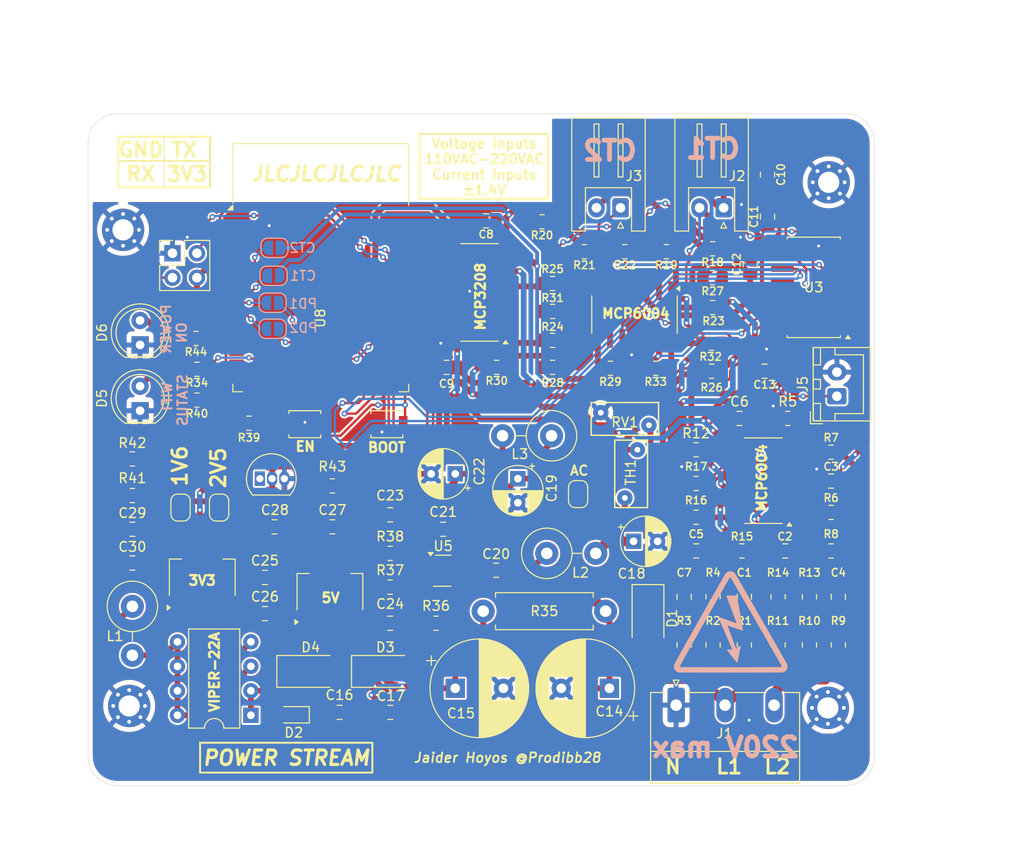
<source format=kicad_pcb>
(kicad_pcb (version 20240108) (generator "pcbnew") (generator_version "8.0")
  (layers (0 "F.Cu" signal) (31 "B.Cu" signal) (34 "B.Paste" user) (35 "F.Paste" user) (36 "B.SilkS" user "B.Silkscreen") (37 "F.SilkS" user "F.Silkscreen") (38 "B.Mask" user) (39 "F.Mask" user) (44 "Edge.Cuts" user))
  (net 0 "")
  (net 1 "Net-(C1-Pad1)")
  (net 2 "GND")
  (net 3 "Net-(C2-Pad1)")
  (net 4 "Net-(U1A--)")
  (net 5 "/PD1_OUT")
  (net 6 "Net-(C4-Pad1)")
  (net 7 "Net-(C5-Pad1)")
  (net 8 "Net-(U1D-+)")
  (net 9 "/PD2_OUT")
  (net 10 "/PD_SingalCond/VREF_ADC1")
  (net 11 "Net-(R1-Pad2)")
  (net 12 "Net-(U1A-+)")
  (net 13 "Net-(R10-Pad1)")
  (net 14 "Net-(U1D--)")
  (net 15 "Net-(U1B--)")
  (net 16 "/CT1_OUT")
  (net 17 "Net-(J3-Pin_2)")
  (net 18 "/CT2_OUT")
  (net 19 "Net-(J3-Pin_1)")
  (net 20 "/5V")
  (net 21 "Net-(U2A--)")
  (net 22 "/3V3")
  (net 23 "Net-(R19-Pad1)")
  (net 24 "Net-(R21-Pad1)")
  (net 25 "Net-(U2C--)")
  (net 26 "Net-(R28-Pad1)")
  (net 27 "Net-(R32-Pad2)")
  (net 28 "/VREF")
  (net 29 "/CT_SignalCond/GAIN_CT1_OUTPUT")
  (net 30 "/CT_SignalCond/GAIN_CT1_IN")
  (net 31 "/CT_SignalCond/GAIN_CT2_OUTPUT")
  (net 32 "/CT_SignalCond/GAIN_CT2_IN")
  (net 40 "Net-(D1-K)")
  (net 41 "Net-(C15-Pad1)")
  (net 42 "Net-(D2-A)")
  (net 43 "Net-(D2-K)")
  (net 44 "Net-(D4-K)")
  (net 45 "/Power Management/16V")
  (net 46 "Net-(U5-BST)")
  (net 47 "Net-(U5-SW)")
  (net 48 "/Power Management/7V")
  (net 49 "Net-(U5-EN)")
  (net 50 "Net-(U5-FB)")
  (net 51 "Net-(J2-Pin_2)")
  (net 52 "Net-(J2-Pin_1)")
  (net 53 "/GAIN_CT2_SW")
  (net 54 "/MCU/TX")
  (net 55 "/MCU/RX")
  (net 56 "/GAIN_CT1_SW")
  (net 57 "/MCU/ADC1_CH6")
  (net 58 "/MCU/ADC1_CH7")
  (net 59 "/MCU/ADC1_CH4")
  (net 60 "/Power Management/2V5")
  (net 61 "/MCU/EN")
  (net 62 "/MCU/BOOT")
  (net 66 "/MCU/MISO")
  (net 79 "/MCU/CS")
  (net 80 "/MCU/CLK")
  (net 81 "/MCU/MOSI")
  (net 82 "/MCU/ADC1_CH5")
  (net 91 "/Power Management/1V65")
  (net 92 "/L1")
  (net 94 "/L2")
  (net 95 "Net-(JP3-A)")
  (net 96 "Net-(JP3-B)")
  (net 97 "Net-(D5-A)")
  (net 98 "Net-(D6-A)")
  (net 99 "/MCU/WIFI_IND")
  (footprint "Package_TO_SOT_SMD:SOT-223-3_TabPin2" (layer "F.Cu") (at 171.55 92.9 90)
    (property "Reference" "U7")
    (property "Value" "AMS1117-3.3")
  )
  (footprint "Capacitor_SMD:C_0805_2012Metric_Pad1.18x1.45mm_HandSolder" (layer "F.Cu") (at 196.9 71.1 180)
    (property "Reference" "C9")
    (property "Value" "100pF")
  )
  (footprint "LED_THT:LED_D5.0mm" (layer "F.Cu") (at 165.1 75.6 90)
    (property "Reference" "D5")
    (property "Value" "LED_Small_Filled")
  )
  (footprint "Connector_JST:JST_XH_S2B-XH-A_1x02_P2.50mm_Horizontal" (layer "F.Cu") (at 214.95 54.55 180)
    (property "Reference" "J3")
    (property "Value" "CT2")
  )
  (footprint "Connector_JST:JST_XH_B2B-XH-A_1x02_P2.50mm_Vertical" (layer "F.Cu") (at 237.4 74.1 90)
    (property "Reference" "J5")
    (property "Value" "Conn_01x02")
  )
  (footprint "Varistor:RV_Disc_D7mm_W3.4mm_P5mm" (layer "F.Cu") (at 216.7 79.65 -90)
    (property "Reference" "TH1")
    (property "Value" "NTC 10D5")
  )
  (footprint "Package_SO:SOIC-14_3.9x8.7mm_P1.27mm" (layer "F.Cu") (at 229.775 82.86 180)
    (property "Reference" "U1")
    (property "Value" "MCP6004")
  )
  (footprint "Resistor_SMD:R_0805_2012Metric_Pad1.20x1.40mm_HandSolder" (layer "F.Cu") (at 170.9 68.1 180)
    (property "Reference" "R44")
    (property "Value" "1K")
  )
  (footprint "Resistor_SMD:R_0805_2012Metric_Pad1.20x1.40mm_HandSolder" (layer "F.Cu") (at 215.4 59.1)
    (property "Reference" "R22")
    (property "Value" "1k")
  )
  (footprint "Resistor_SMD:R_0805_2012Metric_Pad1.20x1.40mm_HandSolder" (layer "F.Cu") (at 224.4 68.6 180)
    (property "Reference" "R32")
    (property "Value" "100")
  )
  (footprint "Resistor_THT:R_Axial_DIN0411_L9.9mm_D3.6mm_P12.70mm_Horizontal" (layer "F.Cu") (at 213.4 96.4 180)
    (property "Reference" "R35")
    (property "Value" "1k")
  )
  (footprint "Resistor_SMD:R_0805_2012Metric_Pad1.20x1.40mm_HandSolder" (layer "F.Cu") (at 234.55 94.9 90)
    (property "Reference" "R13")
    (property "Value" "5k1")
  )
  (footprint "Capacitor_SMD:C_0805_2012Metric_Pad1.18x1.45mm_HandSolder" (layer "F.Cu") (at 191.05 97.65 180)
    (property "Reference" "C24")
    (property "Value" "1nF 25V")
  )
  (footprint "Inductor_THT:L_Axial_L12.0mm_D5.0mm_P5.08mm_Vertical_Fastron_MISC" (layer "F.Cu") (at 164.3 95.9 -90)
    (property "Reference" "L1")
    (property "Value" "470uH")
  )
  (footprint "Capacitor_SMD:C_0805_2012Metric_Pad1.18x1.45mm_HandSolder" (layer "F.Cu") (at 227.3 76.4)
    (property "Reference" "C6")
    (property "Value" "100pF")
  )
  (footprint "Package_SO:SOIC-16_3.9x9.9mm_P1.27mm" (layer "F.Cu") (at 200.325 63.325 180)
    (property "Reference" "U9")
    (property "Value" "MCP3208")
  )
  (footprint "Resistor_SMD:R_0805_2012Metric_Pad1.20x1.40mm_HandSolder" (layer "F.Cu") (at 211.2 59.1)
    (property "Reference" "R21")
    (property "Value" "5k1")
  )
  (footprint "Package_SO:SOIC-14_3.9x8.7mm_P1.27mm" (layer "F.Cu") (at 216.4 65.625 -90)
    (property "Reference" "U2")
    (property "Value" "MCP6004")
  )
  (footprint "Resistor_SMD:R_0805_2012Metric_Pad1.20x1.40mm_HandSolder" (layer "F.Cu") (at 195.8 97.65)
    (property "Reference" "R36")
    (property "Value" "100k")
  )
  (footprint "Capacitor_SMD:C_0805_2012Metric_Pad1.18x1.45mm_HandSolder" (layer "F.Cu") (at 164.3 87.9)
    (property "Reference" "C29")
    (property "Value" "1nF 25V")
  )
  (footprint "Resistor_SMD:R_0805_2012Metric_Pad1.20x1.40mm_HandSolder" (layer "F.Cu") (at 222.8 86.65)
    (property "Reference" "R16")
    (property "Value" "100")
  )
  (footprint "Resistor_SMD:R_0805_2012Metric_Pad1.20x1.40mm_HandSolder" (layer "F.Cu") (at 222.8 83.15)
    (property "Reference" "R17")
    (property "Value" "100")
  )
  (footprint "Resistor_SMD:R_0805_2012Metric_Pad1.20x1.40mm_HandSolder" (layer "F.Cu") (at 231.3 99.9 -90)
    (property "Reference" "R11")
    (property "Value" "5k1")
  )
  (footprint "Button_Switch_SMD:SW_SPST_B3U-1000P" (layer "F.Cu") (at 190.7 77 180)
    (property "Reference" "SW2")
    (property "Value" "BOOT")
  )
  (footprint "Capacitor_SMD:C_0805_2012Metric_Pad1.18x1.45mm_HandSolder" (layer "F.Cu") (at 230.2 51.1 90)
    (property "Reference" "C10")
    (property "Value" "1nF")
  )
  (footprint "MountingHole:MountingHole_2.2mm_M2_Pad_Via" (layer "F.Cu") (at 163.333274 56.833274 180)
    (property "Reference" "REF**")
    (property "Value" "MountingHole_2.2mm_M2_Pad_Via")
  )
  (footprint "Resistor_SMD:R_0805_2012Metric_Pad1.20x1.40mm_HandSolder" (layer "F.Cu") (at 221.55 99.9 -90)
    (property "Reference" "R3")
    (property "Value" "5k1")
  )
  (footprint "Capacitor_THT:CP_Radial_D10.0mm_P5.00mm" (layer "F.Cu") (at 197.8 104.4)
    (property "Reference" "C15")
    (property "Value" "10uF 400V")
  )
  (footprint "Resistor_SMD:R_0805_2012Metric_Pad1.20x1.40mm_HandSolder" (layer "F.Cu") (at 224.5 64.9)
    (property "Reference" "R23")
    (property "Value" "300k")
  )
  (footprint "Capacitor_SMD:C_0805_2012Metric_Pad1.18x1.45mm_HandSolder" (layer "F.Cu") (at 227.8 94.9 -90)
    (property "Reference" "C1")
    (property "Value" "1nF")
  )
  (footprint "Capacitor_SMD:C_0805_2012Metric_Pad1.18x1.45mm_HandSolder" (layer "F.Cu") (at 232.05 90.15 180)
    (property "Reference" "C2")
    (property "Value" "100pF")
  )
  (footprint "Resistor_SMD:R_0805_2012Metric_Pad1.20x1.40mm_HandSolder" (layer "F.Cu") (at 224.5 58.8)
    (property "Reference" "R18")
    (property "Value" "5k1")
  )
  (footprint "Resistor_SMD:R_0805_2012Metric_Pad1.20x1.40mm_HandSolder" (layer "F.Cu") (at 219.7 59.1 180)
    (property "Reference" "R19")
    (property "Value" "20k")
  )
  (footprint "Diode_SMD:D_SOD-323" (layer "F.Cu") (at 181.05 107.15 180)
    (property "Reference" "D2")
    (property "Value" "BZT52C16V")
  )
  (footprint "Capacitor_SMD:C_0805_2012Metric_Pad1.18x1.45mm_HandSolder" (layer "F.Cu") (at 191.05 86.4)
    (property "Reference" "C23")
    (property "Value" "22uF 25V")
  )
  (footprint "Resistor_SMD:R_0805_2012Metric_Pad1.20x1.40mm_HandSolder" (layer "F.Cu") (at 224.55 94.9 90)
    (property "Reference" "R4")
    (property "Value" "5k1")
  )
  (footprint "Package_DIP:DIP-8_W7.62mm" (layer "F.Cu") (at 176.6 107.2 180)
    (property "Reference" "U4")
    (property "Value" "VIPer22ADIP-E")
  )
  (footprint "Connector_JST:JST_XH_S2B-XH-A_1x02_P2.50mm_Horizontal" (layer "F.Cu") (at 225.65 54.55 180)
    (property "Reference" "J2")
    (property "Value" "CT1")
  )
  (footprint "Jumper:SolderJumper-2_P1.3mm_Open_RoundedPad1.0x1.5mm" (layer "F.Cu") (at 210.55 84.25 90)
    (property "Reference" "JP3")
    (property "Value" "SolderJumper_2_Open")
  )
  (footprint "Capacitor_SMD:C_0805_2012Metric_Pad1.18x1.45mm_HandSolder" (layer "F.Cu") (at 164.3 91.4)
    (property "Reference" "C30")
    (property "Value" "22uF 25V")
  )
  (footprint "Resistor_SMD:R_0805_2012Metric_Pad1.20x1.40mm_HandSolder" (layer "F.Cu") (at 224.4 71.5)
    (property "Reference" "R26")
    (property "Value" "300k")
  )
  (footprint "Capacitor_SMD:C_0805_2012Metric_Pad1.18x1.45mm_HandSolder" (layer "F.Cu") (at 178.05 92.9)
    (property "Reference" "C25")
    (property "Value" "22uF 25V")
  )
  (footprint "Resistor_SMD:R_0805_2012Metric_Pad1.20x1.40mm_HandSolder" (layer "F.Cu") (at 232.3 76.4 180)
    (property "Reference" "R5")
    (property "Value" "5k1")
  )
  (footprint "Resistor_SMD:R_0805_2012Metric_Pad1.20x1.40mm_HandSolder" (layer "F.Cu") (at 191.05 93.9 180)
    (property "Reference" "R37")
    (property "Value" "200k")
  )
  (footprint "Capacitor_SMD:C_0805_2012Metric_Pad1.18x1.45mm_HandSolder" (layer "F.Cu") (at 185.05 87.65)
    (property "Reference" "C27")
    (property "Value" "22uF 25V")
  )
  (footprint "Capacitor_SMD:C_0805_2012Metric_Pad1.18x1.45mm_HandSolder" (layer "F.Cu") (at 229.9 71.5)
    (property "Reference" "C13")
    (property "Value" "1nF")
  )
  (footprint "Resistor_SMD:R_0805_2012Metric_Pad1.20x1.40mm_HandSolder" (layer "F.Cu") (at 207.9 71.1)
    (property "Reference" "R28")
    (property "Value" "20k")
  )
  (footprint "Connector_PinHeader_2.54mm:PinHeader_2x02_P2.54mm_Vertical" (layer "F.Cu") (at 168.46 59.26)
    (property "Reference" "J4")
    (property "Value" "USB")
  )
  (footprint "LED_THT:LED_D5.0mm" (layer "F.Cu") (at 165.1 68.775 90)
    (property "Reference" "D6")
    (property "Value" "LED_Small_Filled")
  )
  (footprint "Capacitor_THT:CP_Radial_D10.0mm_P5.00mm" (layer "F.Cu") (at 213.8 104.4 180)
    (property "Reference" "C14")
    (property "Value" "10uF 400V")
  )
  (footprint "Package_SO:SOIC-16W_5.3x10.2mm_P1.27mm" (layer "F.Cu") (at 235 62.8 180)
    (property "Reference" "U3")
    (property "Value" "CD4053B")
  )
  (footprint "Capacitor_SMD:C_0805_2012Metric_Pad1.18x1.45mm_HandSolder" (layer "F.Cu") (at 221.55 94.9 -90)
    (property "Reference" "C7")
    (property "Value" "100pF")
  )
  (footprint "Capacitor_SMD:C_0805_2012Metric_Pad1.18x1.45mm_HandSolder" (layer "F.Cu") (at 237.55 94.9 -90)
    (property "Reference" "C4")
    (property "Value" "1nF")
  )
  (footprint "Capacitor_SMD:C_0805_2012Metric_Pad1.18x1.45mm_HandSolder" (layer "F.Cu") (at 230.2 55.4625 90)
    (property "Reference" "C11")
    (property "Value" "1nF")
  )
  (footprint "Resistor_SMD:R_0805_2012Metric_Pad1.20x1.40mm_HandSolder" (layer "F.Cu") (at 185.05 83.4 180)
    (property "Reference" "R43")
    (property "Value" "3k3")
  )
  (footprint "Inductor_THT:L_Axial_L12.0mm_D5.0mm_P5.08mm_Vertical_Fastron_MISC" (layer "F.Cu") (at 207.79 78.2 180)
    (property "Reference" "L3")
    (property "Value" "10uH")
  )
  (footprint "Capacitor_THT:CP_Radial_D5.0mm_P2.50mm" (layer "F.Cu") (at 197.8 82.15 180)
    (property "Reference" "C22")
    (property "Value" "22uF 25V")
  )
  (footprint "Resistor_SMD:R_0805_2012Metric_Pad1.20x1.40mm_HandSolder" (layer "F.Cu") (at 236.8 79.9 180)
    (property "Reference" "R7")
    (property "Value" "10k")
  )
  (footprint "Capacitor_SMD:C_0805_2012Metric_Pad1.18x1.45mm_HandSolder" (layer "F.Cu") (at 236.8 82.9 180)
    (property "Reference" "C3")
    (property "Value" "100pF")
  )
  (footprint "Inductor_THT:L_Axial_L12.0mm_D5.0mm_P5.08mm_Vertical_Fastron_MISC" (layer "F.Cu") (at 207.3 90.4)
    (property "Reference" "L2")
    (property "Value" "1mH")
  )
  (footprint "Capacitor_SMD:C_0805_2012Metric_Pad1.18x1.45mm_HandSolder" (layer "F.Cu") (at 179.05 87.65 180)
    (property "Reference" "C28")
    (property "Value" "1nF 25V")
  )
  (footprint "Resistor_SMD:R_0805_2012Metric_Pad1.20x1.40mm_HandSolder" (layer "F.Cu") (at 237.55 99.9 90)
    (property "Reference" "R9")
    (property "Value" "300k")
  )
  (footprint "Resistor_SMD:R_0805_2012Metric_Pad1.20x1.40mm_HandSolder" (layer "F.Cu") (at 164.3 80.6)
    (property "Reference" "R42")
    (property "Value" "10k")
  )
  (footprint "Diode_SMD:D_SMA" (layer "F.Cu") (at 217.8 97.15 -90)
    (property "Reference" "D1")
    (property "Value" "1N4007G")
  )
  (footprint "Diode_SMD:D_SMA" (layer "F.Cu") (at 190.55 102.65)
    (property "Reference" "D3")
    (property "Value" "D_Filled")
  )
  (footprint "Capacitor_THT:CP_Radial_D5.0mm_P2.50mm" (layer "F.Cu") (at 204.3 82.65 -90)
    (property "Reference" "C19")
    (property "Value" "22uF 25V")
  )
  (footprint "Resistor_SMD:R_0805_2012Metric_Pad1.20x1.40mm_HandSolder" (layer "F.Cu") (at 224.55 99.9 -90)
    (property "Reference" "R2")
    (property "Value" "390k")
  )
  (footprint "Resistor_SMD:R_0805_2012Metric_Pad1.20x1.40mm_HandSolder" (layer "F.Cu") (at 207.9 62.4)
    (property "Reference" "R25")
    (property "Value" "100")
  )
  (footprint "Jumper:SolderJumper-2_P1.3mm_Open_RoundedPad1.0x1.5mm" (layer "F.Cu") (at 173.3 85.65 -90)
    (property "Reference" "JP1" (hide yes))
    (property "Value" "SolderJumper_2_Open")
  )
  (footprint "Package_TO_SOT_SMD:SOT-223-3_TabPin2" (layer "F.Cu") (at 184.8 94.4 90)
    (property "Reference" "U6")
    (property "Value" "AMS1117-5.0")
  )
  (footprint "Varistor:RV_Disc_D7mm_W3.4mm_P5mm" (layer "F.Cu") (at 212.9 75.8)
    (property "Reference" "RV1")
    (property "Value" "05D391K")
  )
  (footprint "MountingHole:MountingHole_2.2mm_M2_Pad_Via" (layer "F.Cu") (at 236.466726 106.433274 180)
    (property "Reference" "REF**")
    (property "Value" "MountingHole_2.2mm_M2_Pad_Via")
  )
  (footprint "Package_TO_SOT_SMD:SOT-23-6_Handsoldering" (layer "F.Cu") (at 196.45 92.2)
    (property "Reference" "U5")
    (property "Value" "LN5016")
  )
  (footprint "Capacitor_SMD:C_0805_2012Metric_Pad1.18x1.45mm_HandSolder" (layer "F.Cu") (at 222.8 90.15)
    (property "Reference" "C5")
    (property "Value" "100pF")
  )
  (footprint "Package_TO_SOT_THT:TO-92L_Inline" (layer "F.Cu") (at 177.53 82.65)
    (property "Reference" "U10")
    (property "Value" "LM4040LP-2.5")
  )
  (footprint "Resistor_SMD:R_0805_2012Metric_Pad1.20x1.40mm_HandSolder" (layer "F.Cu") (at 191.05 90.4)
    (property "Reference" "R38")
    (property "Value" "24k")
  )
  (footprint "Resistor_SMD:R_0805_2012Metric_Pad1.20x1.40mm_HandSolder" (layer "F.Cu") (at 224.5 61.8)
    (property "Reference" "R27")
    (property "Value" "300k")
  )
  (footprint "Resistor_SMD:R_0805_2012Metric_Pad1.20x1.40mm_HandSolder" (layer "F.Cu") (at 176.4 76.9)
    (property "Reference" "R39")
    (property "Value" "10K")
  )
  (footprint "Capacitor_SMD:C_0805_2012Metric_Pad1.18x1.45mm_HandSolder" (layer "F.Cu") (at 178.05 96.65)
    (property "Reference" "C26")
    (property "Value" "1nF 25V")
  )
  (footprint "Diode_SMD:D_SMA" (layer "F.Cu") (at 182.8 102.65)
    (property "Reference" "D4")
    (property "Value" "D_Filled")
  )
  (footprint "Resistor_SMD:R_0805_2012Metric_Pad1.20x1.40mm_HandSolder" (layer "F.Cu") (at 234.55 99.9 -90)
    (property "Reference" "R10")
    (property "Value" "390k")
  )
  (footprint "Resistor_SMD:R_0805_2012Metric_Pad1.20x1.40mm_HandSolder" (layer "F.Cu") (at 164.3 84.4)
    (property "Reference" "R41")
    (property "Value" "10k")
  )
  (footprint "Capacitor_SMD:C_0805_2012Metric_Pad1.18x1.45mm_HandSolder" (layer "F.Cu") (at 202.05 92.15)
    (property "Reference" "C20")
    (property "Value" "100nF 25V")
  )
  (footprint "Button_Switch_SMD:SW_SPST_B3U-1000P" (layer "F.Cu") (at 182.2 77 180)
    (property "Reference" "SW1")
    (property "Value" "EN")
  )
  (footprint "Resistor_SMD:R_0805_2012Metric_Pad1.20x1.40mm_HandSolder" (layer "F.Cu") (at 227.55 90.15 180)
    (property "Reference" "R15")
    (property "Value" "5k1")
  )
  (footprint "Capacitor_SMD:C_0805_2012Metric_Pad1.18x1.45mm_HandSolder" (layer "F.Cu") (at 228.4 60.4 -90)
    (property "Reference" "C12")
    (property "Value" "1nF")
  )
  (footprint "Resistor_SMD:R_0805_2012Metric_Pad1.20x1.40mm_HandSolder" (layer "F.Cu") (at 227.8 99.9 90)
    (property "Reference" "R1")
    (property "Value" "300k")
  )
  (footprint "Resistor_SMD:R_0805_2012Metric_Pad1.20x1.40mm_HandSolder" (layer "F.Cu") (at 207.9 65.3)
    (property "Reference" "R31")
    (property "Value" "1k")
  )
  (footprint "Jumper:SolderJumper-2_P1.3mm_Open_RoundedPad1.0x1.5mm" (layer "F.Cu") (at 169.3 85.65 -90)
    (property "Reference" "JP2")
    (property "Value" "SolderJumper_2_Open")
  )
  (footprint "Resistor_SMD:R_0805_2012Metric_Pad1.20x1.40mm_HandSolder" (layer "F.Cu") (at 222.8 79.65 180)
    (property "Reference" "R12")
    (property "Value" "5k1")
  )
  (footprint "Resistor_SMD:R_0805_2012Metric_Pad1.20x1.40mm_HandSolder" (layer "F.Cu") (at 171 74.5)
    (property "Reference" "R40")
    (property "Value" "10K")
  )
  (footprint "Capacitor_SMD:C_0805_2012Metric_Pad1.18x1.45mm_HandSolder" (layer "F.Cu") (at 191.05 106.9)
    (property "Reference" "C17")
    (property "Value" "4.7uF 25V")
  )
  (footprint "Resistor_SMD:R_0805_2012Metric_Pad1.20x1.40mm_HandSolder" (layer "F.Cu") (at 236.8 90.15)
    (property "Reference" "R8")
    (property "Value" "100")
  )
  (footprint "Resistor_SMD:R_0805_2012Metric_Pad1.20x1.40mm_HandSolder" (layer "F.Cu") (at 171 71.3 180)
    (property "Reference" "R34")
    (property "Value" "1K")
  )
  (footprint "Capacitor_SMD:C_0805_2012Metric_Pad1.18x1.45mm_HandSolder" (layer "F.Cu") (at 201 55.9 180)
    (property "Reference" "C8")
    (property "Value" "100pF")
  )
  (footprint "Capacitor_SMD:C_0805_2012Metric_Pad1.18x1.45mm_HandSolder" (layer "F.Cu") (at 196.55 87.9)
    (property "Reference" "C21")
    (property "Value" "100nF 25V")
  )
  (footprint "Resistor_SMD:R_0805_2012Metric_Pad1.20x1.40mm_HandSolder" (layer "F.Cu") (at 206.8 56)
    (property "Reference" "R20")
    (property "Value" "20k")
  )
  (footprint "MountingHole:MountingHole_2.2mm_M2_Pad_Via" (layer "F.Cu") (at 236.55 51.9 180)
    (property "Reference" "REF**")
    (property "Value" "MountingHole_2.2mm_M2_Pad_Via")
  )
  (footprint "RF_Module:ESP32-WROOM-32" (layer "F.Cu") (at 183.85 63.75)
    (property "Reference" "U8")
    (property "Value" "ESP32-WROOM-32")
  )
  (footprint "Resistor_SMD:R_0805_2012Metric_Pad1.20x1.40mm_HandSolder" (layer "F.Cu") (at 236.8 86.15 180)
    (property "Reference" "R6")
    (property "Value" "5k1")
  )
  (footprint "Capacitor_SMD:C_0805_2012Metric_Pad1.18x1.45mm_HandSolder" (layer "F.Cu") (at 185.8 106.9 180)
    (property "Reference" "C16")
    (property "Value" "100nF 25V")
  )
  (footprint "Connector_Phoenix_MC_HighVoltage:PhoenixContact_MC_1,5_3-G-5.08_1x03_P5.08mm_Horizontal" (layer "F.Cu") (at 220.72 106.15)
    (property "Reference" "J1")
    (property "Value" "AC_INPUT")
  )
  (footprint "Resistor_SMD:R_0805_2012Metric_Pad1.20x1.40mm_HandSolder" (layer "F.Cu") (at 218.6 71.2 180)
    (property "Reference" "R33")
    (property "Value" "5k1")
  )
  (footprint "Resistor_SMD:R_0805_2012Metric_Pad1.20x1.40mm_HandSolder" (layer "F.Cu") (at 207.9 68.3 180)
    (property "Reference" "R24")
    (property "Value" "300k")
  )
  (footprint "Resistor_SMD:R_0805_2012Metric_Pad1.20x1.40mm_HandSolder" (layer "F.Cu") (at 213.9 71.2 180)
    (property "Reference" "R29")
    (property "Value" "20k")
  )
  (footprint "Resistor_SMD:R_0805_2012Metric_Pad1.20x1.40mm_HandSolder" (layer "F.Cu") (at 231.3 94.9 -90)
    (property "Reference" "R14")
    (property "Value" "10k")
  )
  (footprint "MountingHole:MountingHole_2.2mm_M2_Pad_Via" (layer "F.Cu") (at 163.966726 106.233274 180)
    (property "Reference" "REF**")
    (property "Value" "MountingHole_2.2mm_M2_Pad_Via")
  )
  (footprint "Capacitor_THT:CP_Radial_D5.0mm_P2.50mm" (layer "F.Cu") (at 216.3 89.15)
    (property "Reference" "C18")
    (property "Value" "4.7uF 35V")
  )
  (footprint "Resistor_SMD:R_0805_2012Metric_Pad1.20x1.40mm_HandSolder" (layer "F.Cu") (at 202.1 71.1 180)
    (property "Reference" "R30")
    (property "Value" "5k1")
  )
  (footprint "Jumper:SolderJumper-2_P1.3mm_Open_RoundedPad1.0x1.5mm" (layer "B.Cu") (at 178.95 61.6)
    (property "Reference" "CT1")
    (property "Value" "SolderJumper_2_Open")
  )
  (footprint "Jumper:SolderJumper-2_P1.3mm_Open_RoundedPad1.0x1.5mm" (layer "B.Cu") (at 178.85 64.4)
    (property "Reference" "PD1")
    (property "Value" "SolderJumper_2_Open")
  )
  (footprint "Library:HighVoltage" (layer "B.Cu") (at 226.4 97.5 180)
    (property "Reference" "G***")
    (property "Value" "LOGO" (hide yes))
  )
  (footprint "Jumper:SolderJumper-2_P1.3mm_Open_RoundedPad1.0x1.5mm" (layer "B.Cu") (at 179.05 58.7)
    (property "Reference" "CT2")
    (property "Value" "SolderJumper_2_Open")
  )
  (footprint "Jumper:SolderJumper-2_P1.3mm_Open_RoundedPad1.0x1.5mm" (layer "B.Cu") (at 178.85 67.1)
    (property "Reference" "PD2")
    (property "Value" "SolderJumper_2_Open")
  )
  (gr_line (start 167.6 47.175) (end 167.6 52.425) (stroke (width 0.1)) (layer "F.SilkS"))
  (gr_rect (start 162.85 47.175) (end 172.35 52.425) (stroke (width 0.2)) (fill none) (layer "F.SilkS"))
  (gr_line (start 162.85 49.675) (end 172.35 49.675) (stroke (width 0.2)) (layer "F.SilkS"))
  (gr_rect (start 171.325 110.05) (end 189.2 113.15) (stroke (width 0.2)) (fill none) (layer "F.SilkS"))
  (gr_rect (start 194.1 46.9) (end 207.4 53.6) (stroke (width 0.2)) (fill none) (layer "F.SilkS"))
  (gr_arc (start 159.7 47.8) (mid 160.57868 45.67868) (end 162.7 44.8) (stroke (width 0.05)) (layer "Edge.Cuts"))
  (gr_line (start 159.7 111.5) (end 159.7 47.8) (stroke (width 0.05)) (layer "Edge.Cuts"))
  (gr_line (start 162.7 44.8) (end 238.3 44.8) (stroke (width 0.05)) (layer "Edge.Cuts"))
  (gr_arc (start 238.3 44.8) (mid 240.42132 45.67868) (end 241.3 47.8) (stroke (width 0.05)) (layer "Edge.Cuts"))
  (gr_arc (start 162.7 114.5) (mid 160.57868 113.62132) (end 159.7 111.5) (stroke (width 0.05)) (layer "Edge.Cuts"))
  (gr_line (start 241.3 47.8) (end 241.3 111.5) (stroke (width 0.05)) (layer "Edge.Cuts"))
  (gr_line (start 238.3 114.5) (end 162.7 114.5) (stroke (width 0.05)) (layer "Edge.Cuts"))
  (gr_arc (start 241.3 111.5) (mid 240.42132 113.62132) (end 238.3 114.5) (stroke (width 0.05)) (layer "Edge.Cuts"))
  (gr_text "CT2" (at 216.9 49.8 0) (layer "B.SilkS") (effects (font (size 2 2) (thickness 0.5) (bold yes)) (justify left bottom mirror)))
  (gr_text "WIFI \nSTATUS\n" (at 170.1 74.5 90) (layer "B.SilkS") (effects (font (size 1 1) (thickness 0.2) (bold yes)) (justify bottom mirror)))
  (gr_text "CT1" (at 227.6 49.6 0) (layer "B.SilkS") (effects (font (size 2 2) (thickness 0.5) (bold yes)) (justify left bottom mirror)))
  (gr_text "POWER \nON\n" (at 170 67.5 90) (layer "B.SilkS") (effects (font (size 1 1) (thickness 0.2) (bold yes)) (justify bottom mirror)))
  (gr_text "220V max" (at 233.7 111.7 0) (layer "B.SilkS") (effects (font (size 2 2) (thickness 0.5) (bold yes)) (justify left bottom mirror)))
  (gr_text "3V3" (at 167.7 51.925 0) (layer "F.SilkS") (effects (font (size 1.5 1.5) (thickness 0.3) (bold yes)) (justify left bottom)))
  (gr_text "Jaider Hoyos @Prodibb28" (at 193.4 111.6 0) (layer "F.SilkS") (effects (font (size 1 1) (thickness 0.1875) (italic yes)) (justify left)))
  (gr_text "BOOT" (at 190.7 80 0) (layer "F.SilkS") (effects (font (size 1 1) (thickness 0.25) (bold yes)) (justify bottom)))
  (gr_text "EN" (at 181.1 79.9 0) (layer "F.SilkS") (effects (font (size 1 1) (thickness 0.25) (bold yes)) (justify left bottom)))
  (gr_text "2V5" (at 174.1 83.8 90) (layer "F.SilkS") (effects (font (size 1.5 1.5) (thickness 0.3) (bold yes)) (justify left bottom)))
  (gr_text "MCP6004" (at 230.2 86.2 90) (layer "F.SilkS") (effects (font (size 1 1) (thickness 0.25) (bold yes)) (justify left bottom)))
  (gr_text "TX" (at 168.2 49.4 0) (layer "F.SilkS") (effects (font (size 1.5 1.5) (thickness 0.3) (bold yes)) (justify left bottom)))
  (gr_text "MCP6004" (at 212.9 66.1 0) (layer "F.SilkS") (effects (font (size 1 1) (thickness 0.25) (bold yes)) (justify left bottom)))
  (gr_text "MCP3208" (at 201 67.4 90) (layer "F.SilkS") (effects (font (size 1 1) (thickness 0.25) (bold yes)) (justify left bottom)))
  (gr_text "1V6" (at 170.1 83.6 90) (layer "F.SilkS") (effects (font (size 1.5 1.5) (thickness 0.3) (bold yes)) (justify left bottom)))
  (gr_text "N" (at 219.4 113.4 0) (layer "F.SilkS") (effects (font (size 1.5 1.5) (thickness 0.3) (bold yes)) (justify left bottom)))
  (gr_text "RX" (at 163.5 51.9 0) (layer "F.SilkS") (effects (font (size 1.5 1.5) (thickness 0.3) (bold yes)) (justify left bottom)))
  (gr_text "VIPER-22A" (at 173.4 107 90) (layer "F.SilkS") (effects (font (size 1 1) (thickness 0.25) (bold yes)) (justify left bottom)))
  (gr_text "L2" (at 229.7 113.4 0) (layer "F.SilkS") (effects (font (size 1.5 1.5) (thickness 0.3) (bold yes)) (justify left bottom)))
  (gr_text "3V3" (at 170 93.8 0) (layer "F.SilkS") (effects (font (size 1 1) (thickness 0.25) (bold yes)) (justify left bottom)))
  (gr_text "5V" (at 183.8 95.6 0) (layer "F.SilkS") (effects (font (size 1 1) (thickness 0.25) (bold yes)) (justify left bottom)))
  (gr_text "AC" (at 209.6 82.4 0) (layer "F.SilkS") (effects (font (size 1 1) (thickness 0.2) (bold yes)) (justify left bottom)))
  (gr_text "POWER STREAM" (at 171.475 112.5 0) (layer "F.SilkS") (effects (font (size 1.5 1.5) (thickness 0.325) (bold yes) (italic yes)) (justify left bottom)))
  (gr_text "Voltage Inputs\n110VAC-220VAC\nCurrent inputs\n±1.4V" (at 200.8 50.3 0) (layer "F.SilkS") (effects (font (size 1 1) (thickness 0.2) (bold yes))))
  (gr_text "L1" (at 224.7 113.4 0) (layer "F.SilkS") (effects (font (size 1.5 1.5) (thickness 0.3) (bold yes)) (justify left bottom)))
  (gr_text "JLCJLCJLCJLC" (at 176.5 51.9 0) (layer "F.SilkS") (effects (font (size 1.5 1.5) (thickness 0.325) (bold yes) (italic yes)) (justify left bottom)))
  (gr_text "GND" (at 162.7 49.4 0) (layer "F.SilkS") (effects (font (size 1.5 1.5) (thickness 0.3) (bold yes)) (justify left bottom)))
  (segment (start 223.35 94.6) (end 224.05 93.9) (width 0.6) (layer "F.Cu") (net 1))
  (segment (start 224.55 100.9) (end 223.35 99.7) (width 0.6) (layer "F.Cu") (net 1))
  (segment (start 224.55 93.9) (end 227.7625 93.9) (width 0.6) (layer "F.Cu") (net 1))
  (segment (start 224.55 100.9) (end 221.55 100.9) (width 0.6) (layer "F.Cu") (net 1))
  (segment (start 224.05 93.9) (end 224.55 93.9) (width 0.6) (layer "F.Cu") (net 1))
  (segment (start 227.7625 93.9) (end 227.8 93.8625) (width 0.6) (layer "F.Cu") (net 1))
  (segment (start 223.35 99.7) (end 223.35 94.6) (width 0.6) (layer "F.Cu") (net 1))
  (segment (start 197.85 65.23) (end 198.824999 65.23) (width 0.6) (layer "F.Cu") (net 2))
  (segment (start 180.07 82.65) (end 180.07 87.6325) (width 0.6) (layer "F.Cu") (net 2))
  (segment (start 231.3 76.4) (end 228.3375 76.4) (width 0.6) (layer "F.Cu") (net 2))
  (segment (start 180.0875 87.65) (end 184.0125 87.65) (width 0.6) (layer "F.Cu") (net 2))
  (segment (start 200.125 60.6) (end 200.125 56.0625) (width 0.6) (layer "F.Cu") (net 2))
  (segment (start 200.125 56.0625) (end 199.9625 55.9) (width 0.6) (layer "F.Cu") (net 2))
  (segment (start 179.0875 96.65) (end 181.6 96.65) (width 0.6) (layer "F.Cu") (net 2))
  (segment (start 182.5 97.55) (end 182.5 100.35) (width 0.6) (layer "F.Cu") (net 2))
  (segment (start 196.844092 60.795) (end 199.93 60.795) (width 0.25) (layer "F.Cu") (net 2))
  (segment (start 188.15 91.3) (end 186.55 92.9) (width 0.6) (layer "F.Cu") (net 2))
  (segment (start 188.15 88.2625) (end 188.15 91.3) (width 0.6) (layer "F.Cu") (net 2))
  (segment (start 192.6 55.5) (end 194.47 55.5) (width 0.25) (layer "F.Cu") (net 2))
  (segment (start 196.55 60.500908) (end 196.844092 60.795) (width 0.25) (layer "F.Cu") (net 2))
  (segment (start 199.93 60.795) (end 200.125 60.6) (width 0.25) (layer "F.Cu") (net 2))
  (segment (start 238.25 58.355) (end 238.25 59.625) (width 0.25) (layer "F.Cu") (net 2))
  (segment (start 203.0875 86.3625) (end 204.3 85.15) (width 0.6) (layer "F.Cu") (net 2))
  (segment (start 195.3 82.15) (end 194.2625 82.15) (width 0.6) (layer "F.Cu") (net 2))
  (segment (start 197.85 58.88) (end 196.875001 58.88) (width 0.25) (layer "F.Cu") (net 2))
  (segment (start 196.875001 58.88) (end 196.55 59.205001) (width 0.25) (layer "F.Cu") (net 2))
  (segment (start 182.5 100.35) (end 184.8 102.65) (width 0.6) (layer "F.Cu") (net 2))
  (segment (start 186.55 92.9) (end 179.0875 92.9) (width 0.6) (layer "F.Cu") (net 2))
  (segment (start 190.0125 86.4) (end 188.15 88.2625) (width 0.6) (layer "F.Cu") (net 2))
  (segment (start 194.47 55.5) (end 197.85 58.88) (width 0.25) (layer "F.Cu") (net 2))
  (segment (start 196.55 59.205001) (end 196.55 60.500908) (width 0.25) (layer "F.Cu") (net 2))
  (segment (start 181.6 96.65) (end 182.5 97.55) (width 0.6) (layer "F.Cu") (net 2))
  (segment (start 230.2 52.1375) (end 230.2 54.425) (width 0.6) (layer "F.Cu") (net 2))
  (segment (start 194.2625 82.15) (end 190.0125 86.4) (width 0.6) (layer "F.Cu") (net 2))
  (segment (start 198.824999 65.23) (end 200.125 63.929999) (width 0.6) (layer "F.Cu") (net 2))
  (segment (start 180.07 87.6325) (end 180.0875 87.65) (width 0.6) (layer "F.Cu") (net 2))
  (segment (start 200.125 63.929999) (end 200.125 60.6) (width 0.6) (layer "F.Cu") (net 2))
  (segment (start 203.0875 92.15) (end 203.0875 86.3625) (width 0.6) (layer "F.Cu") (net 2))
  (via (at 190.2 77.8) (size 0.6) (drill 0.3) (layers "F.Cu" "B.Cu") (net 2))
  (via (at 229.05 84.65) (size 0.6) (drill 0.3) (layers "F.Cu" "B.Cu") (net 2))
  (via (at 228.3 107.7) (size 0.6) (drill 0.3) (layers "F.Cu" "B.Cu") (net 2))
  (via (at 178.5 56.4) (size 0.6) (drill 0.3) (layers "F.Cu" "B.Cu") (net 2))
  (via (at 196.3 68.6) (size 0.6) (drill 0.3) (layers "F.Cu" "B.Cu") (net 2))
  (via (at 170 57.6) (size 0.6) (drill 0.3) (layers "F.Cu" "B.Cu") (net 2))
  (via (at 230.1 69.2) (size 0.6) (drill 0.3) (layers "F.Cu" "B.Cu") (net 2))
  (via (at 227.4 57.6) (size 0.6) (drill 0.3) (layers "F.Cu" "B.Cu") (net 2))
  (via (at 230.8 75.1) (size 0.6) (drill 0.3) (layers "F.Cu" "B.Cu") (net 2))
  (via (at 216.1 69.8) (size 0.6) (drill 0.3) (layers "F.Cu" "B.Cu") (net 2))
  (via (at 199.3 63.2) (size 0.6) (drill 0.3) (layers "F.Cu" "B.Cu") (net 2))
  (via (at 235.5 58.5) (size 0.6) (drill 0.3) (layers "F.Cu" "B.Cu") (net 2))
  (via (at 227.5 54.2) (size 0.6) (drill 0.3) (layers "F.Cu" "B.Cu") (net 2))
  (via (at 235.3 81.65) (size 0.6) (drill 0.3) (layers "F.Cu" "B.Cu") (net 2))
  (via (at 182.2 76.8) (size 0.6) (drill 0.3) (layers "F.Cu" "B.Cu") (net 2))
  (via (at 221.3 81.4) (size 0.6) (drill 0.3) (layers "F.Cu" "B.Cu") (net 2))
  (segment (start 234.2875 91.35) (end 236.6 91.35) (width 0.6) (layer "F.Cu") (net 3))
  (segment (start 236.6 91.35) (end 237.8 90.15) (width 0.6) (layer "F.Cu") (net 3))
  (segment (start 233.0875 90.15) (end 234.2875 91.35) (width 0.6) (layer "F.Cu") (net 3))
  (segment (start 237.8 86.15) (end 237.8 90.15) (width 0.6) (layer "F.Cu") (net 3))
  (segment (start 233.05 90.1125) (end 233.0875 90.15) (width 0.6) (layer "F.Cu") (net 3))
  (segment (start 232.25 86.67) (end 233.05 87.47) (width 0.6) (layer "F.Cu") (net 3))
  (segment (start 233.05 87.47) (end 233.05 90.1125) (width 0.6) (layer "F.Cu") (net 3))
  (segment (start 234.5 81.45) (end 234.5 84.85) (width 0.25) (layer "F.Cu") (net 4))
  (segment (start 231.0125 90.15) (end 230.775 89.9125) (width 0.6) (layer "F.Cu") (net 4))
  (segment (start 232.25 85.4) (end 231.275001 85.4) (width 0.6) (layer "F.Cu") (net 4))
  (segment (start 230.775 85.925) (end 231.3 85.4) (width 0.6) (layer "F.Cu") (net 4))
  (segment (start 231.3 85.4) (end 232.25 85.4) (width 0.6) (layer "F.Cu") (net 4))
  (segment (start 232.25 85.4) (end 235.05 85.4) (width 0.6) (layer "F.Cu") (net 4))
  (segment (start 234.3 76.4) (end 236.8 78.9) (width 0.25) (layer "F.Cu") (net 4))
  (segment (start 236.8 78.9) (end 236.8 80.5201) (width 0.25) (layer "F.Cu") (net 4))
  (segment (start 230.775 89.9125) (end 230.775 85.925) (width 0.6) (layer "F.Cu") (net 4))
  (segment (start 234.5 84.85) (end 235.05 85.4) (width 0.25) (layer "F.Cu") (net 4))
  (segment (start 236.3951 80.925) (end 235.025 80.925) (width 0.25) (layer "F.Cu") (net 4))
  (segment (start 235.05 85.4) (end 235.8 86.15) (width 0.6) (layer "F.Cu") (net 4))
  (segment (start 236.8 80.5201) (end 236.3951 80.925) (width 0.25) (layer "F.Cu") (net 4))
  (segment (start 233.3 76.4) (end 234.3 76.4) (width 0.25) (layer "F.Cu") (net 4))
  (segment (start 235.025 80.925) (end 234.5 81.45) (width 0.25) (layer "F.Cu") (net 4))
  (segment (start 236.425 47.725) (end 213.975 47.725) (width 0.6) (layer "F.Cu") (net 5))
  (segment (start 240.5 78.95) (end 240.5 51.8) (width 0.6) (layer "F.Cu") (net 5))
  (segment (start 213.6 48.1) (end 208.9 52.8) (width 0.4) (layer "F.Cu") (net 5))
  (segment (start 208.9 52.8) (end 208.9 53.6) (width 0.4) (layer "F.Cu") (net 5))
  (segment (start 235.8 90.15) (end 236.875 89.075) (width 0.25) (layer "F.Cu") (net 5))
  (segment (start 237.8375 81.6125) (end 238.05 81.4) (width 0.25) (layer "F.Cu") (net 5))
  (segment (start 239.3 80.15) (end 240.5 78.95) (width 0.6) (layer "F.Cu") (net 5))
  (segment (start 240.5 51.8) (end 236.425 47.725) (width 0.6) (layer "F.Cu") (net 5))
  (segment (start 237.8375 82.9) (end 236.875 83.8625) (width 0.25) (layer "F.Cu") (net 5))
  (segment (start 236.875 83.8625) (end 236.875 89.075) (width 0.25) (layer "F.Cu") (net 5))
  (segment (start 213.975 47.725) (end 213.6 48.1) (width 0.6) (layer "F.Cu") (net 5))
  (segment (start 237.8375 82.9) (end 237.8375 81.6125) (width 0.25) (layer "F.Cu") (net 5))
  (segment (start 204.232412 54.4) (end 203.366206 55.266206) (width 0.6) (layer "F.Cu") (net 5))
  (segment (start 208.1 54.4) (end 204.232412 54.4) (width 0.4) (layer "F.Cu") (net 5))
  (segment (start 203.125 58.555) (end 202.8 58.88) (width 0.6) (layer "F.Cu") (net 5))
  (segment (start 203.366206 55.266206) (end 203.125 55.507412) (width 0.6) (layer "F.Cu") (net 5))
  (segment (start 203.125 55.507412) (end 203.125 58.555) (width 0.6) (layer "F.Cu") (net 5))
  (segment (start 208.9 53.6) (end 208.1 54.4) (width 0.4) (layer "F.Cu") (net 5))
  (via (at 203.366206 55.266206) (size 0.6) (drill 0.3) (layers "F.Cu" "B.Cu") (net 5))
  (via (at 238.05 81.4) (size 0.6) (drill 0.3) (layers "F.Cu" "B.Cu") (net 5))
  (via (at 239.3 80.15) (size 0.6) (drill 0.3) (layers "F.Cu" "B.Cu") (net 5))
  (segment (start 185.8 54.6) (end 181.7 58.7) (width 0.4) (layer "B.Cu") (net 5))
  (segment (start 202.7 54.6) (end 185.8 54.6) (width 0.4) (layer "B.Cu") (net 5))
  (segment (start 203.366206 55.266206) (end 202.7 54.6) (width 0.4) (layer "B.Cu") (net 5))
  (segment (start 239.3 80.15) (end 238.05 81.4) (width 0.6) (layer "B.Cu") (net 5))
  (segment (start 181.7 58.7) (end 179.7 58.7) (width 0.4) (layer "B.Cu") (net 5))
  (segment (start 237.5125 93.9) (end 237.55 93.8625) (width 0.6) (layer "F.Cu") (net 6))
  (segment (start 235.8 94.9) (end 235.8 96.65) (width 0.6) (layer "F.Cu") (net 6))
  (segment (start 233.55 97.4) (end 233.05 97.9) (width 0.6) (layer "F.Cu") (net 6))
  (segment (start 234.8 93.9) (end 235.8 94.9) (width 0.6) (layer "F.Cu") (net 6))
  (segment (start 233.05 99.4) (end 234.55 100.9) (width 0.6) (layer "F.Cu") (net 6))
  (segment (start 233.05 97.9) (end 233.05 99.4) (width 0.6) (layer "F.Cu") (net 6))
  (segment (start 231.3 100.9) (end 234.55 100.9) (width 0.6) (layer "F.Cu") (net 6))
  (segment (start 234.55 93.9) (end 234.8 93.9) (width 0.6) (layer "F.Cu") (net 6))
  (segment (start 235.05 97.4) (end 233.55 97.4) (width 0.6) (layer "F.Cu") (net 6))
  (segment (start 235.8 96.65) (end 235.05 97.4) (width 0.6) (layer "F.Cu") (net 6))
  (segment (start 234.55 93.9) (end 237.5125 93.9) (width 0.6) (layer "F.Cu") (net 6))
  (segment (start 225.8 86.67) (end 223.82 86.67) (width 0.6) (layer "F.Cu") (net 7))
  (segment (start 227.3 86.67) (end 225.8 86.67) (width 0.6) (layer "F.Cu") (net 7))
  (segment (start 223.8 88.15) (end 223.8 86.65) (width 0.6) (layer "F.Cu") (net 7))
  (segment (start 226.07 86.67) (end 228.55 89.15) (width 0.6) (layer "F.Cu") (net 7))
  (segment (start 221.7625 90.15) (end 221.8 90.15) (width 0.6) (layer "F.Cu") (net 7))
  (segment (start 228.55 89.15) (end 228.55 90.15) (width 0.6) (layer "F.Cu") (net 7))
  (segment (start 221.8 90.15) (end 223.8 88.15) (width 0.6) (layer "F.Cu") (net 7))
  (segment (start 223.82 86.67) (end 223.8 86.65) (width 0.6) (layer "F.Cu") (net 7))
  (segment (start 225.8 86.67) (end 226.07 86.67) (width 0.6) (layer "F.Cu") (net 7))
  (segment (start 227.3 86.67) (end 228.07 86.67) (width 0.6) (layer "F.Cu") (net 7))
  (segment (start 225.3 85.155001) (end 225.3 85.87) (width 0.6) (layer "F.Cu") (net 8))
  (segment (start 227.3 84.13) (end 226.325001 84.13) (width 0.6) (layer "F.Cu") (net 8))
  (segment (start 223.8375 90.15) (end 226.55 90.15) (width 0.6) (layer "F.Cu") (net 8))
  (segment (start 225.366942 83.171941) (end 226.325001 84.13) (width 0.6) (layer "F.Cu") (net 8))
  (segment (start 226.325001 84.13) (end 225.3 85.155001) (width 0.6) (layer "F.Cu") (net 8))
  (segment (start 226.55 90.15) (end 226.55 88.65) (width 0.6) (layer "F.Cu") (net 8))
  (segment (start 224.608058 81.458058) (end 223.8 80.65) (width 0.6) (layer "F.Cu") (net 8))
  (segment (start 223.8 80.65) (end 223.8 79.65) (width 0.6) (layer "F.Cu") (net 8))
  (segment (start 226.55 88.65) (end 225.55 87.65) (width 0.6) (layer "F.Cu") (net 8))
  (via (at 225.366942 83.171941) (size 0.6) (drill 0.3) (layers "F.Cu" "B.Cu") (net 8))
  (via (at 225.3 85.87) (size 0.6) (drill 0.3) (layers "F.Cu" "B.Cu") (net 8))
  (via (at 225.55 87.65) (size 0.6) (drill 0.3) (layers "F.Cu" "B.Cu") (net 8))
  (via (at 224.608058 81.458058) (size 0.6) (drill 0.3) (layers "F.Cu" "B.Cu") (net 8))
  (segment (start 225.3 87.4) (end 225.55 87.65) (width 0.6) (layer "B.Cu") (net 8))
  (segment (start 225.366942 83.171941) (end 225.366942 82.216942) (width 0.6) (layer "B.Cu") (net 8))
  (segment (start 225.366942 82.216942) (end 224.608058 81.458058) (width 0.6) (layer "B.Cu") (net 8))
  (segment (start 225.3 85.87) (end 225.3 87.4) (width 0.6) (layer "B.Cu") (net 8))
  (segment (start 220.203984 73.1) (end 221.478984 71.825) (width 0.6) (layer "F.Cu") (net 9))
  (segment (start 221.8 86.65) (end 221.8 85.9) (width 0.25) (layer "F.Cu") (net 9))
  (segment (start 222.3 77.5) (end 223 78.2) (width 0.6) (layer "F.Cu") (net 9))
  (segment (start 207.3 72.7) (end 207.7 73.1) (width 0.6) (layer "F.Cu") (net 9))
  (segment (start 221.478984 71.825) (end 221.925 71.825) (width 0.6) (layer "F.Cu") (net 9))
  (segment (start 222.3 72.2) (end 222.3 77.5) (width 0.6) (layer "F.Cu") (net 9))
  (segment (start 205.85 60.15) (end 202.8 60.15) (width 0.6) (layer "F.Cu") (net 9))
  (segment (start 221.8 85.9) (end 222.875 84.825) (width 0.25) (layer "F.Cu") (net 9))
  (segment (start 222.875 78.325) (end 223 78.2) (width 0.25) (layer "F.Cu") (net 9))
  (segment (start 206.3 60.6) (end 205.85 60.15) (width 0.6) (layer "F.Cu") (net 9))
  (segment (start 221.925 71.825) (end 222.3 72.2) (width 0.6) (layer "F.Cu") (net 9))
  (segment (start 226.2625 76.4) (end 224.8 76.4) (width 0.6) (layer "F.Cu") (net 9))
  (segment (start 223 78.2) (end 224.8 76.4) (width 0.25) (layer "F.Cu") (net 9))
  (segment (start 222.875 84.825) (end 222.875 78.325) (width 0.25) (layer "F.Cu") (net 9))
  (segment (start 207.7 73.1) (end 220.203984 73.1) (width 0.6) (layer "F.Cu") (net 9))
  (via (at 207.3 72.7) (size 0.6) (drill 0.3) (layers "F.Cu" "B.Cu") (net 9))
  (via (at 206.3 60.6) (size 0.6) (drill 0.3) (layers "F.Cu" "B.Cu") (net 9))
  (segment (start 186.35 55.25) (end 202.35 55.25) (width 0.4) (layer "B.Cu") (net 9))
  (segment (start 180.535091 59.964909) (end 181.635091 59.964909) (width 0.4) (layer "B.Cu") (net 9))
  (segment (start 202.35 55.25) (end 206.3 59.2) (width 0.4) (layer "B.Cu") (net 9))
  (segment (start 179.6 61.6) (end 179.6 60.9) (width 0.25) (layer "B.Cu") (net 9))
  (segment (start 179.6 60.9) (end 180.535091 59.964909) (width 0.4) (layer "B.Cu") (net 9))
  (segment (start 207.3 72.7) (end 206.3 71.7) (width 0.4) (layer "B.Cu") (net 9))
  (segment (start 206.3 71.7) (end 206.3 60.6) (width 0.4) (layer "B.Cu") (net 9))
  (segment (start 181.635091 59.964909) (end 186.35 55.25) (width 0.4) (layer "B.Cu") (net 9))
  (segment (start 206.3 59.2) (end 206.3 60.6) (width 0.4) (layer "B.Cu") (net 9))
  (segment (start 239.55 91.65) (end 238.925 91.025) (width 0.6) (layer "F.Cu") (net 10))
  (segment (start 222.05 103.65) (end 223.3 104.9) (width 0.6) (layer "F.Cu") (net 10))
  (segment (start 239.3 90.65) (end 238.925 91.025) (width 0.6) (layer "F.Cu") (net 10))
  (segment (start 237.8 92.15) (end 232.3 92.15) (width 0.6) (layer "F.Cu") (net 10))
  (segment (start 219.05 96.9) (end 217.332412 96.9) (width 0.6) (layer "F.Cu") (net 10))
  (segment (start 220.85 84.1) (end 220.85 93.1625) (width 0.25) (layer "F.Cu") (net 10))
  (segment (start 237.8 79.9) (end 239.3 81.4) (width 0.6) (layer "F.Cu") (net 10))
  (segment (start 223.3 107.4) (end 225.3 109.4) (width 0.6) (layer "F.Cu") (net 10))
  (segment (start 218.210786 103.65) (end 222.05 103.65) (width 0.6) (layer "F.Cu") (net 10))
  (segment (start 216.4 97.832412) (end 216.4 101.839214) (width 0.6) (layer "F.Cu") (net 10))
  (segment (start 219.8 94.65) (end 219.8 96.15) (width 0.6) (layer "F.Cu") (net 10))
  (segment (start 239.55 103.9) (end 239.55 91.65) (width 0.6) (layer "F.Cu") (net 10))
  (segment (start 220.85 93.1625) (end 221.55 93.8625) (width 0.25) (layer "F.Cu") (net 10))
  (segment (start 221.55 93.8625) (end 220.5875 93.8625) (width 0.6) (layer "F.Cu") (net 10))
  (segment (start 216.4 101.839214) (end 218.210786 103.65) (width 0.6) (layer "F.Cu") (net 10))
  (segment (start 239.75 104.1) (end 239.55 103.9) (width 0.6) (layer "F.Cu") (net 10))
  (segment (start 220.5875 93.8625) (end 219.8 94.65) (width 0.6) (layer "F.Cu") (net 10))
  (segment (start 225.3 109.4) (end 238.5 109.4) (width 0.6) (layer "F.Cu") (net 10))
  (segment (start 238.925 91.025) (end 237.8 92.15) (width 0.6) (layer "F.Cu") (net 10))
  (segment (start 238.5 109.4) (end 239.75 108.15) (width 0.6) (layer "F.Cu") (net 10))
  (segment (start 221.8 83.15) (end 220.85 84.1) (width 0.25) (layer "F.Cu") (net 10))
  (segment (start 217.332412 96.9) (end 216.4 97.832412) (width 0.6) (layer "F.Cu") (net 10))
  (segment (start 219.8 96.15) (end 219.05 96.9) (width 0.6) (layer "F.Cu") (net 10))
  (segment (start 231.3 93.15) (end 231.3 93.9) (width 0.6) (layer "F.Cu") (net 10))
  (segment (start 232.3 92.15) (end 231.3 93.15) (width 0.6) (layer "F.Cu") (net 10))
  (segment (start 239.75 108.15) (end 239.75 104.1) (width 0.6) (layer "F.Cu") (net 10))
  (segment (start 239.3 81.4) (end 239.3 90.65) (width 0.6) (layer "F.Cu") (net 10))
  (segment (start 223.3 104.9) (end 223.3 107.4) (width 0.6) (layer "F.Cu") (net 10))
  (segment (start 227.8 98.9) (end 224.55 98.9) (width 0.6) (layer "F.Cu") (net 11))
  (segment (start 229.05 94.2451) (end 228.4701 94.825) (width 0.25) (layer "F.Cu") (net 12))
  (segment (start 232.25 84.13) (end 231.32 84.13) (width 0.5) (layer "F.Cu") (net 12))
  (segment (start 228.847892 86.856776) (end 229.475 87.483884) (width 0.25) (layer "F.Cu") (net 12))
  (segment (start 234.05 81.05) (end 235.2 79.9) (width 0.25) (layer "F.Cu") (net 12))
  (segment (start 229.475 90.975) (end 229.05 91.4) (width 0.25) (layer "F.Cu") (net 12))
  (segment (start 234.05 83.65) (end 234.05 81.05) (width 0.25) (layer "F.Cu") (net 12))
  (segment (start 232.25 84.13) (end 233.57 84.13) (width 0.5) (layer "F.Cu") (net 12))
  (segment (start 235.2 79.9) (end 235.8 79.9) (width 0.25) (layer "F.Cu") (net 12))
  (segment (start 225.625 94.825) (end 224.55 95.9) (width 0.25) (layer "F.Cu") (net 12))
  (segment (start 233.57 84.13) (end 234.05 83.65) (width 0.25) (layer "F.Cu") (net 12))
  (segment (start 231.32 84.13) (end 229.8 85.65) (width 0.5) (layer "F.Cu") (net 12))
  (segment (start 228.4701 94.825) (end 225.625 94.825) (width 0.25) (layer "F.Cu") (net 12))
  (segment (start 229.05 91.4) (end 229.05 94.2451) (width 0.25) (layer "F.Cu") (net 12))
  (segment (start 229.475 87.483884) (end 229.475 90.975) (width 0.25) (layer "F.Cu") (net 12))
  (via (at 229.8 85.65) (size 0.6) (drill 0.3) (layers "F.Cu" "B.Cu") (net 12))
  (via (at 228.847892 86.856776) (size 0.6) (drill 0.3) (layers "F.Cu" "B.Cu") (net 12))
  (segment (start 228.847892 86.602108) (end 229.8 85.65) (width 0.5) (layer "B.Cu") (net 12))
  (segment (start 228.847892 86.856776) (end 228.847892 86.602108) (width 0.5) (layer "B.Cu") (net 12))
  (segment (start 234.55 98.9) (end 237.55 98.9) (width 0.6) (layer "F.Cu") (net 13))
  (segment (start 230.1 87.225001) (end 230.1 94.7) (width 0.25) (layer "F.Cu") (net 14))
  (segment (start 234.55 95.9) (end 231.3 95.9) (width 0.6) (layer "F.Cu") (net 14))
  (segment (start 227.3 85.4) (end 228.274999 85.4) (width 0.25) (layer "F.Cu") (net 14))
  (segment (start 228.274999 85.4) (end 230.1 87.225001) (width 0.25) (layer "F.Cu") (net 14))
  (segment (start 230.1 94.7) (end 231.3 95.9) (width 0.25) (layer "F.Cu") (net 14))
  (segment (start 225.985 80.965) (end 231.605 80.965) (width 0.25) (layer "F.Cu") (net 15))
  (segment (start 223.8 83.15) (end 225.985 80.965) (width 0.25) (layer "F.Cu") (net 15))
  (segment (start 231.605 80.965) (end 232.25 80.32) (width 0.25) (layer "F.Cu") (net 15))
  (segment (start 232.25 80.32) (end 232.25 79.05) (width 0.6) (layer "F.Cu") (net 15))
  (segment (start 202.419092 62.69) (end 199.234092 65.875) (width 0.25) (layer "F.Cu") (net 16))
  (segment (start 180.9 67.6) (end 180.9 66.2) (width 0.25) (layer "F.Cu") (net 16))
  (segment (start 201.325 56.6125) (end 201.325 61.843394) (width 0.6) (layer "F.Cu") (net 16))
  (segment (start 186.84 68) (end 181.3 68) (width 0.25) (layer "F.Cu") (net 16))
  (segment (start 201.325 61.843394) (end 202.171606 62.69) (width 0.6) (layer "F.Cu") (net 16))
  (segment (start 191.4 77.95) (end 191.4 72.56) (width 0.25) (layer "F.Cu") (net 16))
  (segment (start 206.9 62.4) (end 206.6 62.7) (width 0.6) (layer "F.Cu") (net 16))
  (segment (start 194.9 77) (end 193.725 78.175) (width 0.25) (layer "F.Cu") (net 16))
  (segment (start 202.0375 55.9) (end 201.325 56.6125) (width 0.6) (layer "F.Cu") (net 16))
  (segment (start 196.325 65.875) (end 194.9 67.3) (width 0.25) (layer "F.Cu") (net 16))
  (segment (start 181.3 68) (end 180.9 67.6) (width 0.25) (layer "F.Cu") (net 16))
  (segment (start 206.6 62.7) (end 202.81 62.7) (width 0.6) (layer "F.Cu") (net 16))
  (segment (start 202.81 62.7) (end 202.8 62.69) (width 0.6) (layer "F.Cu") (net 16))
  (segment (start 191.4 72.56) (end 186.84 68) (width 0.25) (layer "F.Cu") (net 16))
  (segment (start 202.171606 62.69) (end 202.8 62.69) (width 0.6) (layer "F.Cu") (net 16))
  (segment (start 202.8 62.69) (end 202.419092 62.69) (width 0.25) (layer "F.Cu") (net 16))
  (segment (start 191.625 78.175) (end 191.4 77.95) (width 0.25) (layer "F.Cu") (net 16))
  (segment (start 194.9 67.3) (end 194.9 77) (width 0.25) (layer "F.Cu") (net 16))
  (segment (start 199.234092 65.875) (end 196.325 65.875) (width 0.25) (layer "F.Cu") (net 16))
  (segment (start 193.725 78.175) (end 191.625 78.175) (width 0.25) (layer "F.Cu") (net 16))
  (via (at 180.9 66.2) (size 0.6) (drill 0.3) (layers "F.Cu" "B.Cu") (net 16))
  (segment (start 180.9 66.2) (end 180.9 66.3) (width 0.25) (layer "B.Cu") (net 16))
  (segment (start 180.9 65.8) (end 179.5 64.4) (width 0.25) (layer "B.Cu") (net 16))
  (segment (start 180.9 65.8) (end 180.9 66.2) (width 0.25) (layer "B.Cu") (net 16))
  (segment (start 222.43137 56.6) (end 223.43137 57.6) (width 0.6) (layer "F.Cu") (net 17))
  (segment (start 227 58.4) (end 227 60.1) (width 0.6) (layer "F.Cu") (net 17))
  (segment (start 228.4 63.867588) (end 228.4 61.4375) (width 0.6) (layer "F.Cu") (net 17))
  (segment (start 219.095001 65.7) (end 222.432412 65.7) (width 0.6) (layer "F.Cu") (net 17))
  (segment (start 224.7 60.6) (end 227.5625 60.6) (width 0.6) (layer "F.Cu") (net 17))
  (segment (start 222.832412 66.1) (end 226.167588 66.1) (width 0.4) (layer "F.Cu") (net 17))
  (segment (start 213.95 53.05) (end 217.35 53.05) (width 0.6) (layer "F.Cu") (net 17))
  (segment (start 227.5625 60.6) (end 228.4 61.4375) (width 0.6) (layer "F.Cu") (net 17))
  (segment (start 227 60.1) (end 227.5 60.6) (width 0.6) (layer "F.Cu") (net 17))
  (segment (start 220.9 56.6) (end 222.43137 56.6) (width 0.6) (layer "F.Cu") (net 17))
  (segment (start 217.35 53.05) (end 220.9 56.6) (width 0.6) (layer "F.Cu") (net 17))
  (segment (start 226.2 57.6) (end 227 58.4) (width 0.6) (layer "F.Cu") (net 17))
  (segment (start 212.45 54.55) (end 213.95 53.05) (width 0.6) (layer "F.Cu") (net 17))
  (segment (start 222.432412 65.7) (end 222.832412 66.1) (width 0.6) (layer "F.Cu") (net 17))
  (segment (start 217.67 67.125001) (end 219.095001 65.7) (width 0.6) (layer "F.Cu") (net 17))
  (segment (start 223.43137 57.6) (end 226.2 57.6) (width 0.6) (layer "F.Cu") (net 17))
  (segment (start 217.67 68.1) (end 217.67 67.125001) (width 0.6) (layer "F.Cu") (net 17))
  (segment (start 226.167588 66.1) (end 228.4 63.867588) (width 0.6) (layer "F.Cu") (net 17))
  (segment (start 223.5 61.8) (end 224.7 60.6) (width 0.6) (layer "F.Cu") (net 17))
  (segment (start 195.5 73.5375) (end 197.9375 71.1) (width 0.25) (layer "F.Cu") (net 18))
  (segment (start 207.2 74.1) (end 205.7 72.6) (width 0.6) (layer "F.Cu") (net 18))
  (segment (start 186.703604 68.5) (end 190.9 72.696396) (width 0.25) (layer "F.Cu") (net 18))
  (segment (start 195.5 77.1) (end 195.5 73.5375) (width 0.25) (layer "F.Cu") (net 18))
  (segment (start 190.9 78.086396) (end 191.438604 78.625) (width 0.25) (layer "F.Cu") (net 18))
  (segment (start 193.975 78.625) (end 195.5 77.1) (width 0.25) (layer "F.Cu") (net 18))
  (segment (start 190.9 72.696396) (end 190.9 78.086396) (width 0.25) (layer "F.Cu") (net 18))
  (segment (start 205.6 72.7) (end 205.7 72.6) (width 0.6) (layer "F.Cu") (net 18))
  (segment (start 221.3 73.2) (end 220.4 74.1) (width 0.6) (layer "F.Cu") (net 18))
  (segment (start 191.438604 78.625) (end 193.975 78.625) (width 0.25) (layer "F.Cu") (net 18))
  (segment (start 199.5375 72.7) (end 205.6 72.7) (width 0.6) (layer "F.Cu") (net 18))
  (segment (start 204.5 61.12) (end 203.1 61.12) (width 0.6) (layer "F.Cu") (net 18))
  (segment (start 221.875 70.3) (end 223.7 70.3) (width 0.6) (layer "F.Cu") (net 18))
  (segment (start 203.1 61.12) (end 202.8 61.42) (width 0.6) (layer "F.Cu") (net 18))
  (segment (start 221.6 70.575) (end 221.875 70.3) (width 0.6) (layer "F.Cu") (net 18))
  (segment (start 180.2 68.5) (end 186.703604 68.5) (width 0.25) (layer "F.Cu") (net 18))
  (segment (start 223.7 70.3) (end 225.5 68.5) (width 0.6) (layer "F.Cu") (net 18))
  (segment (start 197.9375 71.1) (end 199.5375 72.7) (width 0.6) (layer "F.Cu") (net 18))
  (segment (start 220.4 74.1) (end 207.2 74.1) (width 0.6) (layer "F.Cu") (net 18))
  (via (at 204.5 61.12) (size 0.6) (drill 0.3) (layers "F.Cu" "B.Cu") (net 18))
  (via (at 221.6 70.575) (size 0.6) (drill 0.3) (layers "F.Cu" "B.Cu") (net 18))
  (via (at 205.7 72.6) (size 0.6) (drill 0.3) (layers "F.Cu" "B.Cu") (net 18))
  (via (at 221.3 73.2) (size 0.6) (drill 0.3) (layers "F.Cu" "B.Cu") (net 18))
  (via (at 180.2 68.5) (size 0.6) (drill 0.3) (layers "F.Cu" "B.Cu") (net 18))
  (segment (start 179.6 67.2) (end 179.6 67.9) (width 0.25) (layer "B.Cu") (net 18))
  (segment (start 221.3 73.2) (end 221.3 70.875) (width 0.6) (layer "B.Cu") (net 18))
  (segment (start 204.9 71.8) (end 205.7 72.6) (width 0.6) (layer "B.Cu") (net 18))
  (segment (start 179.5 67.1) (end 179.6 67.2) (width 0.25) (layer "B.Cu") (net 18))
  (segment (start 221.3 70.875) (end 221.6 70.575) (width 0.6) (layer "B.Cu") (net 18))
  (segment (start 204.5 61.12) (end 204.9 61.52) (width 0.6) (layer "B.Cu") (net 18))
  (segment (start 204.9 61.52) (end 204.9 71.8) (width 0.6) (layer "B.Cu") (net 18))
  (segment (start 179.6 67.9) (end 180.2 68.5) (width 0.25) (layer "B.Cu") (net 18))
  (segment (start 215.755 61.855) (end 215.755 65.945) (width 0.25) (layer "F.Cu") (net 19))
  (segment (start 213.9 71.8201) (end 214.3799 72.3) (width 0.25) (layer "F.Cu") (net 19))
  (segment (start 223.4 72.1) (end 225.1 73.8) (width 0.6) (layer "F.Cu") (net 19))
  (segment (start 215.455 58.5349) (end 215.455 61.555) (width 0.25) (layer "F.Cu") (net 19))
  (segment (start 212.691942 56.808058) (end 213.925 58.041116) (width 0.25) (layer "F.Cu") (net 19))
  (segment (start 212.691942 56.308058) (end 212.691942 56.808058) (width 0.25) (layer "F.Cu") (net 19))
  (segment (start 221.2201 71.2) (end 223.4 71.2) (width 0.25) (layer "F.Cu") (net 19))
  (segment (start 223.4 71.2) (end 223.4 72.1) (width 0.6) (layer "F.Cu") (net 19))
  (segment (start 214.9951 58.075) (end 215.455 58.5349) (width 0.25) (layer "F.Cu") (net 19))
  (segment (start 215.13 69.3499) (end 213.9 70.5799) (width 0.25) (layer "F.Cu") (net 19))
  (segment (start 215.755 65.945) (end 215.13 66.57) (width 0.25) (layer "F.Cu") (net 19))
  (segment (start 228.8625 72.0375) (end 228.8625 71.5) (width 0.6) (layer "F.Cu") (net 19))
  (segment (start 215.13 68.1) (end 215.13 69.3499) (width 0.25) (layer "F.Cu") (net 19))
  (segment (start 215.455 61.555) (end 215.755 61.855) (width 0.25) (layer "F.Cu") (net 19))
  (segment (start 225.1 73.8) (end 227.1 73.8) (width 0.6) (layer "F.Cu") (net 19))
  (segment (start 213.683058 55.816942) (end 213.183058 55.816942) (width 0.25) (layer "F.Cu") (net 19))
  (segment (start 213.183058 55.816942) (end 212.691942 56.308058) (width 0.25) (layer "F.Cu") (net 19))
  (segment (start 213.9 70.5799) (end 213.9 71.8201) (width 0.25) (layer "F.Cu") (net 19))
  (segment (start 227.1 73.8) (end 228.8625 72.0375) (width 0.6) (layer "F.Cu") (net 19))
  (segment (start 214.95 54.55) (end 213.683058 55.816942) (width 0.25) (layer "F.Cu") (net 19))
  (segment (start 215.13 66.57) (end 215.13 68.1) (width 0.25) (layer "F.Cu") (net 19))
  (segment (start 214.3799 72.3) (end 220.1201 72.3) (width 0.25) (layer "F.Cu") (net 19))
  (segment (start 213.925 58.041116) (end 213.925 58.075) (width 0.25) (layer "F.Cu") (net 19))
  (segment (start 213.925 58.075) (end 214.9951 58.075) (width 0.25) (layer "F.Cu") (net 19))
  (segment (start 220.1201 72.3) (end 221.2201 71.2) (width 0.25) (layer "F.Cu") (net 19))
  (segment (start 223.55 76.518629) (end 225.468629 74.6) (width 0.6) (layer "F.Cu") (net 20))
  (segment (start 220.260908 66.5) (end 219.6 66.5) (width 0.25) (layer "F.Cu") (net 20))
  (segment (start 184.8 97.55) (end 182.675 95.425) (width 0.6) (layer "F.Cu") (net 20))
  (segment (start 224.8799 72.6) (end 224.325 72.0451) (width 0.25) (layer "F.Cu") (net 20))
  (segment (start 171.55 83.9) (end 171.3 84.15) (width 0.6) (layer "F.Cu") (net 20))
  (segment (start 171.3 86.4) (end 171.3 85.9) (width 0.6) (layer "F.Cu") (net 20))
  (segment (start 226.325 72.1951) (end 225.9201 72.6) (width 0.25) (layer "F.Cu") (net 20))
  (segment (start 191.3 83.4) (end 186.05 83.4) (width 0.6) (layer "F.Cu") (net 20))
  (segment (start 212 77.9) (end 214.8 77.9) (width 0.6) (layer "F.Cu") (net 20))
  (segment (start 178.0125 87.65) (end 178.0125 89.6875) (width 0.6) (layer "F.Cu") (net 20))
  (segment (start 210.6 76.5) (end 212 77.9) (width 0.6) (layer "F.Cu") (net 20))
  (segment (start 196.925 74.475) (end 196.925 77.775) (width 0.6) (layer "F.Cu") (net 20))
  (segment (start 237.4 74.1) (end 233.9 74.1) (width 0.25) (layer "F.Cu") (net 20))
  (segment (start 186.0875 87.65) (end 186.0875 89.9625) (width 0.6) (layer "F.Cu") (net 20))
  (segment (start 232.025 67.52) (end 231.75 67.245) (width 0.6) (layer "F.Cu") (net 20))
  (segment (start 232.025 72.292588) (end 232.025 67.52) (width 0.6) (layer "F.Cu") (net 20))
  (segment (start 226.325 71.475) (end 226.325 72.1951) (width 0.25) (layer "F.Cu") (net 20))
  (segment (start 225.9951 67.575) (end 221.335908 67.575) (width 0.25) (layer "F.Cu") (net 20))
  (segment (start 226.7 68.9201) (end 226.7 68.2799) (width 0.25) (layer "F.Cu") (net 20))
  (segment (start 178.0125 89.6875) (end 177.0125 90.6875) (width 0.6) (layer "F.Cu") (net 20))
  (segment (start 229.55 79.15) (end 228.3 77.9) (width 0.6) (layer "F.Cu") (net 20))
  (segment (start 198 69.7) (end 198 67.92) (width 0.6) (layer "F.Cu") (net 20))
  (segment (start 230.963694 73.158794) (end 229.8 71.9951) (width 0.25) (layer "F.Cu") (net 20))
  (segment (start 224.325 72.0451) (end 224.325 70.9) (width 0.25) (layer "F.Cu") (net 20))
  (segment (start 225.9951 69.625) (end 226.7 68.9201) (width 0.25) (layer "F.Cu") (net 20))
  (segment (start 225.468629 74.6) (end 229.717588 74.6) (width 0.6) (layer "F.Cu") (net 20))
  (segment (start 179.575 91.25) (end 184.8 91.25) (width 0.6) (layer "F.Cu") (net 20))
  (segment (start 229.8 71.9951) (end 229.8 70.8049) (width 0.25) (layer "F.Cu") (net 20))
  (segment (start 186.05 83.4) (end 186.05 87.6125) (width 0.6) (layer "F.Cu") (net 20))
  (segment (start 229.55 80.15) (end 229.55 79.15) (width 0.6) (layer "F.Cu") (net 20))
  (segment (start 227.35 70.45) (end 226.325 71.475) (width 0.25) (layer "F.Cu") (net 20))
  (segment (start 231.158794 73.158794) (end 232.025 72.292588) (width 0.6) (layer "F.Cu") (net 20))
  (segment (start 178.0125 87.65) (end 172.55 87.65) (width 0.6) (layer "F.Cu") (net 20))
  (segment (start 196.925 77.775) (end 191.3 83.4) (width 0.6) (layer "F.Cu") (net 20))
  (segment (start 173.85 96.05) (end 176.4125 96.05) (width 0.6) (layer "F.Cu") (net 20))
  (segment (start 178.2375 95.425) (end 177.0125 96.65) (width 0.6) (layer "F.Cu") (net 20))
  (segment (start 197.7 73.7) (end 200.5 76.5) (width 0.6) (layer "F.Cu") (net 20))
  (segment (start 226.7 68.2799) (end 225.9951 67.575) (width 0.25) (layer "F.Cu") (net 20))
  (segment (start 224.325 70.9) (end 225.6 69.625) (width 0.25) (layer "F.Cu") (net 20))
  (segment (start 186.05 87.6125) (end 186.0875 87.65) (width 0.6) (layer "F.Cu") (net 20))
  (segment (start 198 67.92) (end 197.85 67.77) (width 0.6) (layer "F.Cu") (net 20))
  (segment (start 216.4 64.2) (end 217.9 65.7) (width 0.25) (layer "F.Cu") (net 20))
  (segment (start 177.0125 92.9) (end 177.0125 96.65) (width 0.6) (layer "F.Cu") (net 20))
  (segment (start 231.158794 73.158794) (end 230.963694 73.158794) (width 0.25) (layer "F.Cu") (net 20))
  (segment (start 178.0125 89.6875) (end 179.575 91.25) (width 0.6) (layer "F.Cu") (net 20))
  (segment (start 172.55 87.65) (end 171.3 86.4) (width 0.6) (layer "F.Cu") (net 20))
  (segment (start 229.8 70.8049) (end 229.4451 70.45) (width 0.25) (layer "F.Cu") (net 20))
  (segment (start 223.55 76.65) (end 223.55 76.518629) (width 0.6) (layer "F.Cu") (net 20))
  (segment (start 224.8 77.9) (end 224.55 77.65) (width 0.6) (layer "F.Cu") (net 20))
  (segment (start 216.4 63.15) (end 216.4 64.2) (width 0.25) (layer "F.Cu") (net 20))
  (segment (start 177.0125 90.6875) (end 177.0125 92.9) (width 0.6) (layer "F.Cu") (net 20))
  (segment (start 221.335908 67.575) (end 220.260908 66.5) (width 0.25) (layer "F.Cu") (net 20))
  (segment (start 229.55 81.59) (end 230.82 82.86) (width 0.6) (layer "F.Cu") (net 20))
  (segment (start 186.0875 89.9625) (end 184.8 91.25) (width 0.6) (layer "F.Cu") (net 20))
  (segment (start 197.7 73.7) (end 196.925 74.475) (width 0.6) (layer "F.Cu") (net 20))
  (segment (start 229.717588 74.6) (end 231.158794 73.158794) (width 0.6) (layer "F.Cu") (net 20))
  (segment (start 230.82 82.86) (end 232.25 82.86) (width 0.6) (layer "F.Cu") (net 20))
  (segment (start 176.4125 96.05) (end 177.0125 96.65) (width 0.6) (layer "F.Cu") (net 20))
  (segment (start 200.5 76.5) (end 210.6 76.5) (width 0.6) (layer "F.Cu") (net 20))
  (segment (start 225.9201 72.6) (end 224.8799 72.6) (width 0.25) (layer "F.Cu") (net 20))
  (segment (start 197.85 67.77) (end 197.85 66.5) (width 0.6) (layer "F.Cu") (net 20))
  (segment (start 229.4451 70.45) (end 227.35 70.45) (width 0.25) (layer "F.Cu") (net 20))
  (segment (start 225.6 69.625) (end 225.9951 69.625) (width 0.25) (layer "F.Cu") (net 20))
  (segment (start 228.3 77.9) (end 224.8 77.9) (width 0.6) (layer "F.Cu") (net 20))
  (segment (start 182.675 95.425) (end 178.2375 95.425) (width 0.6) (layer "F.Cu") (net 20))
  (via (at 198 69.7) (size 0.6) (drill 0.3) (layers "F.Cu" "B.Cu") (net 20))
  (via (at 233.9 74.1) (size 0.6) (drill 0.3) (layers "F.Cu" "B.Cu") (net 20))
  (via (at 197.7 73.7) (size 0.6) (drill 0.3) (layers "F.Cu" "B.Cu") (net 20))
  (via (at 224.55 77.65) (size 0.6) (drill 0.3) (layers "F.Cu" "B.Cu") (net 20))
  (via (at 223.55 76.65) (size 0.6) (drill 0.3) (layers "F.Cu" "B.Cu") (net 20))
  (via (at 214.8 77.9) (size 0.6) (drill 0.3) (layers "F.Cu" "B.Cu") (net 20))
  (via (at 229.55 81.59) (size 0.6) (drill 0.3) (layers "F.Cu" "B.Cu") (net 20))
  (via (at 171.3 85.9) (size 0.6) (drill 0.3) (layers "F.Cu" "B.Cu") (net 20))
  (via (at 231.158794 73.158794) (size 0.6) (drill 0.3) (layers "F.Cu" "B.Cu") (net 20))
  (via (at 217.9 65.7) (size 0.6) (drill 0.3) (layers "F.Cu" "B.Cu") (net 20))
  (via (at 229.55 80.15) (size 0.6) (drill 0.3) (layers "F.Cu" "B.Cu") (net 20))
  (via (at 219.6 66.5) (size 0.6) (drill 0.3) (layers "F.Cu" "B.Cu") (net 20))
  (via (at 171.3 84.15) (size 0.6) (drill 0.3) (layers "F.Cu" "B.Cu") (net 20))
  (segment (start 218.8 65.7) (end 219.6 66.5) (width 0.25) (layer "B.Cu") (net 20))
  (segment (start 232.1 74.1) (end 231.158794 73.158794) (width 0.25) (layer "B.Cu") (net 20))
  (segment (start 216.75 78.35) (end 217.238478 78.35) (width 0.6) (layer "B.Cu") (net 20))
  (segment (start 221.2 76.65) (end 223.55 76.65) (width 0.6) (layer "B.Cu") (net 20))
  (segment (start 217.9 65.7) (end 218.8 65.7) (width 0.25) (layer "B.Cu") (net 20))
  (segment (start 214.8 77.9) (end 216.3 77.9) (width 0.6) (layer "B.Cu") (net 20))
  (segment (start 197.7 73.7) (end 198 73.4) (width 0.6) (layer "B.Cu") (net 20))
  (segment (start 217.238478 78.35) (end 217.288478 78.4) (width 0.6) (layer "B.Cu") (net 20))
  (segment (start 217.288478 78.4) (end 219.45 78.4) (width 0.6) (layer "B.Cu") (net 20))
  (segment (start 224.55 77.65) (end 223.55 76.65) (width 0.6) (layer "B.Cu") (net 20))
  (segment (start 233.9 74.1) (end 232.1 74.1) (width 0.25) (layer "B.Cu") (net 20))
  (segment (start 198 73.4) (end 198 69.7) (width 0.6) (layer "B.Cu") (net 20))
  (segment (start 216.3 77.9) (end 216.75 78.35) (width 0.6) (layer "B.Cu") (net 20))
  (segment (start 219.45 78.4) (end 221.2 76.65) (width 0.6) (layer "B.Cu") (net 20))
  (segment (start 229.55 81.59) (end 229.55 80.15) (width 0.6) (layer "B.Cu") (net 20))
  (segment (start 171.3 84.15) (end 171.3 85.9) (width 0.6) (layer "B.Cu") (net 20))
  (segment (start 223.5 58.8) (end 222.1 57.4) (width 0.6) (layer "F.Cu") (net 21))
  (segment (start 218.94 63.15) (end 218.94 59.34) (width 0.6) (layer "F.Cu") (net 21))
  (segment (start 218.7 58) (end 218.7 59.1) (width 0.6) (layer "F.Cu") (net 21))
  (segment (start 216.4 59.1) (end 218.7 59.1) (width 0.6) (layer "F.Cu") (net 21))
  (segment (start 218.94 59.34) (end 218.7 59.1) (width 0.6) (layer "F.Cu") (net 21))
  (segment (start 222.1 57.4) (end 219.3 57.4) (width 0.6) (layer "F.Cu") (net 21))
  (segment (start 219.3 57.4) (end 218.7 58) (width 0.6) (layer "F.Cu") (net 21))
  (segment (start 170.05 91.25) (end 170.05 94.55) (width 0.6) (layer "F.Cu") (net 22))
  (segment (start 163.2625 87.9) (end 163.2625 91.4) (width 0.6) (layer "F.Cu") (net 22))
  (segment (start 175.1 56.77) (end 174.17 56.77) (width 0.6) (layer "F.Cu") (net 22))
  (segment (start 175.4 76.9) (end 171.5 76.9) (width 0.25) (layer "F.Cu") (net 22))
  (segment (start 163.3 84.4) (end 161.75 82.85) (width 0.6) (layer "F.Cu") (net 22))
  (segment (start 163.3 84.4) (end 163.3 87.8625) (width 0.6) (layer "F.Cu") (net 22))
  (segment (start 162.3 78.9) (end 166.9 78.9) (width 0.6) (layer "F.Cu") (net 22))
  (segment (start 162.3 67.055101) (end 164.520101 64.835) (width 0.6) (layer "F.Cu") (net 22))
  (segment (start 163.2625 91.4) (end 164.5125 92.65) (width 0.6) (layer "F.Cu") (net 22))
  (segment (start 172.6 58.34) (end 172.6 60.2) (width 0.6) (layer "F.Cu") (net 22))
  (segment (start 164.5125 92.65) (end 168.65 92.65) (width 0.6) (layer "F.Cu") (net 22))
  (segment (start 174.17 56.77) (end 172.6 58.34) (width 0.6) (layer "F.Cu") (net 22))
  (segment (start 171 61.8) (end 171 62.85) (width 0.6) (layer "F.Cu") (net 22))
  (segment (start 170.05 94.55) (end 171.55 96.05) (width 0.6) (layer "F.Cu") (net 22))
  (segment (start 169.015 64.835) (end 168.635 64.835) (width 0.6) (layer "F.Cu") (net 22))
  (segment (start 166.9 78.9) (end 170 75.8) (width 0.6) (layer "F.Cu") (net 22))
  (segment (start 172.6 60.2) (end 171 61.8) (width 0.6) (layer "F.Cu") (net 22))
  (segment (start 170 75.8) (end 170 75.4) (width 0.6) (layer "F.Cu") (net 22))
  (segment (start 163.3 87.8625) (end 163.2625 87.9) (width 0.6) (layer "F.Cu") (net 22))
  (segment (start 168.635 64.835) (end 171.9 68.1) (width 0.6) (layer "F.Cu") (net 22))
  (segment (start 171 62.85) (end 169.015 64.835) (width 0.6) (layer "F.Cu") (net 22))
  (segment (start 161.75 82.85) (end 161.75 79.45) (width 0.6) (layer "F.Cu") (net 22))
  (segment (start 168.65 92.65) (end 170.05 91.25) (width 0.6) (layer "F.Cu") (net 22))
  (segment (start 171.5 76.9) (end 170 75.4) (width 0.25) (layer "F.Cu") (net 22))
  (segment (start 164.520101 64.835) (end 168.635 64.835) (width 0.6) (layer "F.Cu") (net 22))
  (segment (start 162.3 78.9) (end 162.3 67.055101) (width 0.6) (layer "F.Cu") (net 22))
  (segment (start 171.55 89.75) (end 170.05 91.25) (width 0.6) (layer "F.Cu") (net 22))
  (segment (start 161.75 79.45) (end 162.3 78.9) (width 0.6) (layer "F.Cu") (net 22))
  (segment (start 170 75.4) (end 170 74.5) (width 0.6) (layer "F.Cu") (net 22))
  (segment (start 230.3125 57.5875) (end 229.625 58.275) (width 0.4) (layer "F.Cu") (net 23))
  (segment (start 221.06 64) (end 221.8 64) (width 0.6) (layer "F.Cu") (net 23))
  (segment (start 220.21 63.15) (end 221.06 64) (width 0.6) (layer "F.Cu") (net 23))
  (segment (start 222.1 66.9) (end 221.8 66.6) (width 0.4) (layer "F.Cu") (net 23))
  (segment (start 231.425 57.155088) (end 230.992588 57.5875) (width 0.4) (layer "F.Cu") (net 23))
  (segment (start 229.625 64.075) (end 226.8 66.9) (width 0.4) (layer "F.Cu") (net 23))
  (segment (start 214.834441 48.975) (end 231.075 48.975) (width 0.4) (layer "F.Cu") (net 23))
  (segment (start 209 55.9) (end 210.3 54.6) (width 0.6) (layer "F.Cu") (net 23))
  (segment (start 221.8 66.6) (end 221.8 66.5) (width 0.6) (layer "F.Cu") (net 23))
  (segment (start 223.222362 66.7) (end 223.022362 66.9) (width 0.4) (layer "F.Cu") (net 23))
  (segment (start 231.075 48.975) (end 231.425 49.325) (width 0.4) (layer "F.Cu") (net 23))
  (segment (start 220.7 62.66) (end 220.21 63.15) (width 0.6) (layer "F.Cu") (net 23))
  (segment (start 220.7 59.1) (end 220.7 62.66) (width 0.6) (layer "F.Cu") (net 23))
  (segment (start 230.992588 57.5875) (end 230.3125 57.5875) (width 0.4) (layer "F.Cu") (net 23))
  (segment (start 229.625 58.275) (end 229.625 64.075) (width 0.4) (layer "F.Cu") (net 23))
  (segment (start 223.022362 66.9) (end 222.1 66.9) (width 0.4) (layer "F.Cu") (net 23))
  (segment (start 226.8 66.9) (end 225.977638 66.9) (width 0.4) (layer "F.Cu") (net 23))
  (segment (start 207.909442 55.9) (end 209 55.9) (width 0.6) (layer "F.Cu") (net 23))
  (segment (start 210.3 54.6) (end 210.3 53.509441) (width 0.4) (layer "F.Cu") (net 23))
  (segment (start 225.777638 66.7) (end 223.222362 66.7) (width 0.4) (layer "F.Cu") (net 23))
  (segment (start 225.977638 66.9) (end 225.777638 66.7) (width 0.4) (layer "F.Cu") (net 23))
  (segment (start 210.3 53.509441) (end 214.834441 48.975) (width 0.4) (layer "F.Cu") (net 23))
  (segment (start 231.425 49.325) (end 231.425 57.155088) (width 0.4) (layer "F.Cu") (net 23))
  (via (at 221.8 66.5) (size 0.6) (drill 0.3) (layers "F.Cu" "B.Cu") (net 23))
  (via (at 221.8 64) (size 0.6) (drill 0.3) (layers "F.Cu" "B.Cu") (net 23))
  (segment (start 221.8 66.5) (end 221.8 64) (width 0.6) (layer "B.Cu") (net 23))
  (segment (start 209.65 63.15) (end 208.9 62.4) (width 0.6) (layer "F.Cu") (net 24))
  (segment (start 210.2 59.1) (end 208.9 60.4) (width 0.6) (layer "F.Cu") (net 24))
  (segment (start 212.59 63.15) (end 209.65 63.15) (width 0.6) (layer "F.Cu") (net 24))
  (segment (start 208.9 60.4) (end 208.9 62.4) (width 0.6) (layer "F.Cu") (net 24))
  (segment (start 208.9 65.3) (end 209 65.3) (width 0.6) (layer "F.Cu") (net 25))
  (segment (start 204.3 69.9) (end 203.1 71.1) (width 0.6) (layer "F.Cu") (net 25))
  (segment (start 208.9 71.1) (end 207.7 69.9) (width 0.6) (layer "F.Cu") (net 25))
  (segment (start 210.701606 67.001606) (end 211.79 67.001606) (width 0.6) (layer "F.Cu") (net 25))
  (segment (start 211.79 70.11) (end 210.8 71.1) (width 0.6) (layer "F.Cu") (net 25))
  (segment (start 212.166606 66.625) (end 211.79 67.001606) (width 0.6) (layer "F.Cu") (net 25))
  (segment (start 210.8 71.1) (end 208.9 71.1) (width 0.6) (layer "F.Cu") (net 25))
  (segment (start 213.86 68.1) (end 213.86 67.471606) (width 0.6) (layer "F.Cu") (net 25))
  (segment (start 209 65.3) (end 210.701606 67.001606) (width 0.6) (layer "F.Cu") (net 25))
  (segment (start 213.013394 66.625) (end 212.166606 66.625) (width 0.6) (layer "F.Cu") (net 25))
  (segment (start 207.7 69.9) (end 204.3 69.9) (width 0.6) (layer "F.Cu") (net 25))
  (segment (start 211.79 67.001606) (end 211.79 70.11) (width 0.6) (layer "F.Cu") (net 25))
  (segment (start 213.86 67.471606) (end 213.013394 66.625) (width 0.6) (layer "F.Cu") (net 25))
  (segment (start 208.1 72.3) (end 211.8 72.3) (width 0.6) (layer "F.Cu") (net 26))
  (segment (start 212.9 71.2) (end 212.6 70.9) (width 0.6) (layer "F.Cu") (net 26))
  (segment (start 212.6 68.11) (end 212.59 68.1) (width 0.6) (layer "F.Cu") (net 26))
  (segment (start 212.6 70.9) (end 212.6 68.11) (width 0.6) (layer "F.Cu") (net 26))
  (segment (start 211.8 72.3) (end 212.9 71.2) (width 0.6) (layer "F.Cu") (net 26))
  (segment (start 206.9 71.1) (end 208.1 72.3) (width 0.6) (layer "F.Cu") (net 26))
  (segment (start 220.71 68.6) (end 223.4 68.6) (width 0.6) (layer "F.Cu") (net 27))
  (segment (start 220.21 70.59) (end 219.6 71.2) (width 0.6) (layer "F.Cu") (net 27))
  (segment (start 220.21 68.1) (end 220.71 68.6) (width 0.6) (layer "F.Cu") (net 27))
  (segment (start 220.21 68.1) (end 220.21 70.59) (width 0.6) (layer "F.Cu") (net 27))
  (segment (start 194.233884 79.25) (end 196.125 77.358884) (width 0.6) (layer "F.Cu") (net 28))
  (segment (start 226.1 64.3) (end 226.6 64.3) (width 0.6) (layer "F.Cu") (net 28))
  (segment (start 225.367588 58.8) (end 223.567588 60.6) (width 0.6) (layer "F.Cu") (net 28))
  (segment (start 178.545 79.25) (end 194.233884 79.25) (width 0.6) (layer "F.Cu") (net 28))
  (segment (start 217.130152 74.9) (end 221.2 74.9) (width 0.6) (layer "F.Cu") (net 28))
  (segment (start 225.5 58.8) (end 225.367588 58.8) (width 0.6) (layer "F.Cu") (net 28))
  (segment (start 226.6 70.3) (end 225.4 71.5) (width 0.6) (layer "F.Cu") (net 28))
  (segment (start 228.9 67.4) (end 228.9 68) (width 0.6) (layer "F.Cu") (net 28))
  (segment (start 233.000908 66.62) (end 233.275 66.894092) (width 0.25) (layer "F.Cu") (net 28))
  (segment (start 201.1 71.1) (end 200.2 71.1) (width 0.6) (layer "F.Cu") (net 28))
  (segment (start 221.2 74.9) (end 221.5 74.6) (width 0.6) (layer "F.Cu") (net 28))
  (segment (start 232.3 73.2) (end 232.3 77.0201) (width 0.25) (layer "F.Cu") (net 28))
  (segment (start 228.9 67.4) (end 229.68 66.62) (width 0.25) (layer "F.Cu") (net 28))
  (segment (start 222.4 61) (end 222.4 62.567588) (width 0.6) (layer "F.Cu") (net 28))
  (segment (start 197.321384 72.6) (end 198.3 72.6) (width 0.6) (layer "F.Cu") (net 28))
  (segment (start 222.4 62.567588) (end 222.832412 63) (width 0.6) (layer "F.Cu") (net 28))
  (segment (start 198.3 72.6) (end 199.6 73.9) (width 0.6) (layer "F.Cu") (net 28))
  (segment (start 173.3 84.495) (end 178.545 79.25) (width 0.6) (layer "F.Cu") (net 28))
  (segment (start 232.3 77.0201) (end 233.55 78.2701) (width 0.25) (layer "F.Cu") (net 28))
  (segment (start 233.275 66.894092) (end 233.275 69.095908) (width 0.25) (layer "F.Cu") (net 28))
  (segment (start 203.63 68.57) (end 201.1 71.1) (width 0.6) (layer "F.Cu") (net 28))
  (segment (start 222.832412 63) (end 224.3 63) (width 0.6) (layer "F.Cu") (net 28))
  (segment (start 232.65 69.720908) (end 232.65 72.85) (width 0.25) (layer "F.Cu") (net 28))
  (segment (start 233.224999 81.59) (end 232.25 81.59) (width 0.25) (layer "F.Cu") (net 28))
  (segment (start 200.2 71.1) (end 199.8 71.5) (width 0.6) (layer "F.Cu") (net 28))
  (segment (start 210.461522 75.2) (end 212.361522 77.1) (width 0.6) (layer "F.Cu") (net 28))
  (segment (start 225.5 61.8) (end 225.5 64.9) (width 0.6) (layer "F.Cu") (net 28))
  (segment (start 233.55 81.264999) (end 233.224999 81.59) (width 0.25) (layer "F.Cu") (net 28))
  (segment (start 196.125 73.796384) (end 197.321384 72.6) (width 0.6) (layer "F.Cu") (net 28))
  (segment (start 232.65 72.85) (end 232.3 73.2) (width 0.25) (layer "F.Cu") (net 28))
  (segment (start 173.3 84.605) (end 173.3 85) (width 0.6) (layer "F.Cu") (net 28))
  (segment (start 173.3 85) (end 169.4 85) (width 0.6) (layer "F.Cu") (net 28))
  (segment (start 224.3 63) (end 225.5 61.8) (width 0.6) (layer "F.Cu") (net 28))
  (segment (start 206.9 68.3) (end 206.63 68.57) (width 0.6) (layer "F.Cu") (net 28))
  (segment (start 169.4 85) (end 169.3 85.1) (width 0.6) (layer "F.Cu") (net 28))
  (segment (start 225.5 64.9) (end 226.1 64.3) (width 0.6) (layer "F.Cu") (net 28))
  (segment (start 228.9 68) (end 226.6 70.3) (width 0.6) (layer "F.Cu") (net 28))
  (segment (start 223.567588 60.6) (end 222.8 60.6) (width 0.6) (layer "F.Cu") (net 28))
  (segment (start 173.3 85) (end 173.3 84.495) (width 0.6) (layer "F.Cu") (net 28))
  (segment (start 212.361522 77.1) (end 214.930152 77.1) (width 0.6) (layer "F.Cu") (net 28))
  (segment (start 233.55 78.2701) (end 233.55 81.264999) (width 0.25) (layer "F.Cu") (net 28))
  (segment (start 196.125 77.358884) (end 196.125 73.796384) (width 0.6) (layer "F.Cu") (net 28))
  (segment (start 229.68 66.62) (end 233.000908 66.62) (width 0.25) (layer "F.Cu") (net 28))
  (segment (start 233.275 69.095908) (end 232.65 69.720908) (width 0.25) (layer "F.Cu") (net 28))
  (segment (start 205.5 73.9) (end 206.8 75.2) (width 0.6) (layer "F.Cu") (net 28))
  (segment (start 199.6 73.9) (end 205.5 73.9) (width 0.6) (layer "F.Cu") (net 28))
  (segment (start 214.930152 77.1) (end 217.130152 74.9) (width 0.6) (layer "F.Cu") (net 28))
  (segment (start 206.8 75.2) (end 210.461522 75.2) (width 0.6) (layer "F.Cu") (net 28))
  (segment (start 206.63 68.57) (end 203.63 68.57) (width 0.6) (layer "F.Cu") (net 28))
  (segment (start 222.8 60.6) (end 222.4 61) (width 0.6) (layer "F.Cu") (net 28))
  (via (at 226.6 64.3) (size 0.6) (drill 0.3) (layers "F.Cu" "B.Cu") (net 28))
  (via (at 228.9 67.4) (size 0.6) (drill 0.3) (layers "F.Cu" "B.Cu") (net 28))
  (via (at 199.6 73.9) (size 0.6) (drill 0.3) (layers "F.Cu" "B.Cu") (net 28))
  (via (at 221.5 74.6) (size 0.6) (drill 0.3) (layers "F.Cu" "B.Cu") (net 28))
  (via (at 199.8 71.5) (size 0.6) (drill 0.3) (layers "F.Cu" "B.Cu") (net 28))
  (via (at 226.6 70.3) (size 0.6) (drill 0.3) (layers "F.Cu" "B.Cu") (net 28))
  (segment (start 228.9 67.4) (end 228.9 66.6) (width 0.6) (layer "B.Cu") (net 28))
  (segment (start 226.6 73.3) (end 225.3 74.6) (width 0.6) (layer "B.Cu") (net 28))
  (segment (start 199.6 71.7) (end 199.6 73.9) (width 0.6) (layer "B.Cu") (net 28))
  (segment (start 228.9 66.6) (end 226.6 64.3) (width 0.6) (layer "B.Cu") (net 28))
  (segment (start 225.3 74.6) (end 221.5 74.6) (width 0.6) (layer "B.Cu") (net 28))
  (segment (start 199.8 71.5) (end 199.6 71.7) (width 0.6) (layer "B.Cu") (net 28))
  (segment (start 226.6 70.3) (end 226.6 73.3) (width 0.6) (layer "B.Cu") (net 28))
  (segment (start 234.365 63.435) (end 235.1 62.7) (width 0.25) (layer "F.Cu") (net 29))
  (segment (start 232.1 57.3) (end 232.1 49.116116) (width 0.25) (layer "F.Cu") (net 29))
  (segment (start 234.925 59.654092) (end 233.000908 57.73) (width 0.25) (layer "F.Cu") (net 29))
  (segment (start 234.925 60.708884) (end 234.925 59.654092) (width 0.25) (layer "F.Cu") (net 29))
  (segment (start 210.268629 57.9) (end 211 57.9) (width 0.6) (layer "F.Cu") (net 29))
  (segment (start 212.2 60.26) (end 212.2 59.1) (width 0.6) (layer "F.Cu") (net 29))
  (segment (start 209.425 53.85) (end 208.3 54.975) (width 0.25) (layer "F.Cu") (net 29))
  (segment (start 214.45 48.35) (end 209.425 53.375) (width 0.25) (layer "F.Cu") (net 29))
  (segment (start 209.668629 57.3) (end 210.268629 57.9) (width 0.6) (layer "F.Cu") (net 29))
  (segment (start 205.8 57.1) (end 206 57.3) (width 0.6) (layer "F.Cu") (net 29))
  (segment (start 211 57.9) (end 212.2 59.1) (width 0.6) (layer "F.Cu") (net 29))
  (segment (start 235.1 60.883884) (end 234.925 60.708884) (width 0.25) (layer "F.Cu") (net 29))
  (segment (start 232.1 49.116116) (end 231.333884 48.35) (width 0.25) (layer "F.Cu") (net 29))
  (segment (start 209.425 53.375) (end 209.425 53.85) (width 0.25) (layer "F.Cu") (net 29))
  (segment (start 205.8 56) (end 205.8 57.1) (width 0.6) (layer "F.Cu") (net 29))
  (segment (start 233.000908 57.73) (end 232.53 57.73) (width 0.25) (layer "F.Cu") (net 29))
  (segment (start 231.75 63.435) (end 234.365 63.435) (width 0.25) (layer "F.Cu") (net 29))
  (segment (start 213.86 61.92) (end 212.2 60.26) (width 0.6) (layer "F.Cu") (net 29))
  (segment (start 235.1 62.7) (end 235.1 60.883884) (width 0.25) (layer "F.Cu") (net 29))
  (segment (start 206.825 54.975) (end 205.8 56) (width 0.25) (layer "F.Cu") (net 29))
  (segment (start 206 57.3) (end 209.668629 57.3) (width 0.6) (layer "F.Cu") (net 29))
  (segment (start 231.333884 48.35) (end 214.45 48.35) (width 0.25) (layer "F.Cu") (net 29))
  (segment (start 208.3 54.975) (end 206.825 54.975) (width 0.25) (layer "F.Cu") (net 29))
  (segment (start 213.86 63.15) (end 213.86 61.92) (width 0.6) (layer "F.Cu") (net 29))
  (segment (start 232.53 57.73) (end 232.1 57.3) (width 0.25) (layer "F.Cu") (net 29))
  (segment (start 235.9 63.254999) (end 234.449999 64.705) (width 0.25) (layer "F.Cu") (net 30))
  (segment (start 235.9 60.8) (end 235.9 63.254999) (width 0.25) (layer "F.Cu") (net 30))
  (segment (start 234.449999 64.705) (end 231.75 64.705) (width 0.25) (layer "F.Cu") (net 30))
  (segment (start 214.651371 60.448629) (end 214.4 60.197258) (width 0.25) (layer "F.Cu") (net 30))
  (segment (start 214.4 60.197258) (end 214.4 59.1) (width 0.25) (layer "F.Cu") (net 30))
  (segment (start 235.55 60.45) (end 235.9 60.8) (width 0.25) (layer "F.Cu") (net 30))
  (via (at 214.651371 60.448629) (size 0.6) (drill 0.3) (layers "F.Cu" "B.Cu") (net 30))
  (via (at 235.55 60.45) (size 0.6) (drill 0.3) (layers "F.Cu" "B.Cu") (net 30))
  (segment (start 235.548629 60.448629) (end 214.651371 60.448629) (width 0.3) (layer "B.Cu") (net 30))
  (segment (start 235.55 60.45) (end 235.548629 60.448629) (width 0.25) (layer "B.Cu") (net 30))
  (segment (start 229.75 65.35) (end 227.5 67.6) (width 0.25) (layer "F.Cu") (net 31))
  (segment (start 217.6 71.2) (end 214.9 71.2) (width 0.6) (layer "F.Cu") (net 31))
  (segment (start 218.85 69.95) (end 217.6 71.2) (width 0.6) (layer "F.Cu") (net 31))
  (segment (start 218.94 69.86) (end 218.85 69.95) (width 0.6) (layer "F.Cu") (net 31))
  (segment (start 238.25 67.245) (end 235.545 67.245) (width 0.25) (layer "F.Cu") (net 31))
  (segment (start 233.65 65.35) (end 229.75 65.35) (width 0.25) (layer "F.Cu") (net 31))
  (segment (start 218.94 68.1) (end 218.94 69.86) (width 0.6) (layer "F.Cu") (net 31))
  (segment (start 235.545 67.245) (end 233.65 65.35) (width 0.25) (layer "F.Cu") (net 31))
  (via (at 218.85 69.95) (size 0.6) (drill 0.3) (layers "F.Cu" "B.Cu") (net 31))
  (via (at 227.5 67.6) (size 0.6) (drill 0.3) (layers "F.Cu" "B.Cu") (net 31))
  (segment (start 223.7 67.6) (end 221.4 69.9) (width 0.25) (layer "B.Cu") (net 31))
  (segment (start 227.5 67.6) (end 223.7 67.6) (width 0.25) (layer "B.Cu") (net 31))
  (segment (start 221.4 69.9) (end 218.9 69.9) (width 0.25) (layer "B.Cu") (net 31))
  (segment (start 218.9 69.9) (end 218.85 69.95) (width 0.25) (layer "B.Cu") (net 31))
  (segment (start 213.5 56.5) (end 216.4 56.5) (width 0.25) (layer "F.Cu") (net 32))
  (segment (start 222.690254 55.975) (end 221.575 55.975) (width 0.25) (layer "F.Cu") (net 32))
  (segment (start 221.575 55.975) (end 219.7 54.1) (width 0.25) (layer "F.Cu") (net 32))
  (segment (start 239.775 58.004092) (end 239.775 68.025) (width 0.25) (layer "F.Cu") (net 32))
  (segment (start 239.775 68.025) (end 235.688604 68.025) (width 0.25) (layer "F.Cu") (net 32))
  (segment (start 209 58.1) (end 207.975 59.125) (width 0.25) (layer "F.Cu") (net 32))
  (segment (start 207.975 59.125) (end 207.975 62.9451) (width 0.25) (layer "F.Cu") (net 32))
  (segment (start 238.770908 57) (end 239.775 58.004092) (width 0.25) (layer "F.Cu") (net 32))
  (segment (start 223.390254 56.675) (end 222.690254 55.975) (width 0.25) (layer "F.Cu") (net 32))
  (segment (start 219.6 54.1) (end 219.5 54.1) (width 0.25) (layer "F.Cu") (net 32))
  (segment (start 227.575 56.675) (end 223.390254 56.675) (width 0.25) (layer "F.Cu") (net 32))
  (segment (start 228.4 57.5) (end 227.575 56.675) (width 0.25) (layer "F.Cu") (net 32))
  (segment (start 219.7 54.1) (end 219.6 54.1) (width 0.25) (layer "F.Cu") (net 32))
  (segment (start 216.4 56.5) (end 218 54.9) (width 0.25) (layer "F.Cu") (net 32))
  (segment (start 233.638604 65.975) (end 231.75 65.975) (width 0.25) (layer "F.Cu") (net 32))
  (segment (start 235.688604 68.025) (end 233.638604 65.975) (width 0.25) (layer "F.Cu") (net 32))
  (segment (start 207.975 62.9451) (end 206.9 64.0201) (width 0.25) (layer "F.Cu") (net 32))
  (segment (start 232.725 57) (end 238.770908 57) (width 0.25) (layer "F.Cu") (net 32))
  (segment (start 206.9 64.0201) (end 206.9 65.3) (width 0.25) (layer "F.Cu") (net 32))
  (via (at 228.4 57.5) (size 0.6) (drill 0.3) (layers "F.Cu" "B.Cu") (net 32))
  (via (at 218 54.9) (size 0.6) (drill 0.3) (layers "F.Cu" "B.Cu") (net 32))
  (via (at 232.725 57) (size 0.6) (drill 0.3) (layers "F.Cu" "B.Cu") (net 32))
  (via (at 219.6 54.1) (size 0.6) (drill 0.3) (layers "F.Cu" "B.Cu") (net 32))
  (via (at 209 58.1) (size 0.6) (drill 0.3) (layers "F.Cu" "B.Cu") (net 32))
  (via (at 213.5 56.5) (size 0.6) (drill 0.3) (layers "F.Cu" "B.Cu") (net 32))
  (segment (start 209.6 58.1) (end 211.2 56.5) (width 0.25) (layer "B.Cu") (net 32))
  (segment (start 228.4 57.5) (end 229.4 57.5) (width 0.25) (layer "B.Cu") (net 32))
  (segment (start 209 58.1) (end 209.6 58.1) (width 0.25) (layer "B.Cu") (net 32))
  (segment (start 229.9 57) (end 232.725 57) (width 0.25) (layer "B.Cu") (net 32))
  (segment (start 219.6 54.1) (end 218.8 54.1) (width 0.25) (layer "B.Cu") (net 32))
  (segment (start 218.8 54.1) (end 218 54.9) (width 0.25) (layer "B.Cu") (net 32))
  (segment (start 229.4 57.5) (end 229.9 57) (width 0.25) (layer "B.Cu") (net 32))
  (segment (start 211.2 56.5) (end 213.5 56.5) (width 0.25) (layer "B.Cu") (net 32))
  (segment (start 219.55 91.15) (end 220.1 90.6) (width 0.6) (layer "F.Cu") (net 40))
  (segment (start 219.05 87.15) (end 216.05 87.15) (width 0.6) (layer "F.Cu") (net 40))
  (segment (start 216.05 87.15) (end 215.4 86.5) (width 0.6) (layer "F.Cu") (net 40))
  (segment (start 215.4 86.5) (end 215.4 84.65) (width 0.6) (layer "F.Cu") (net 40))
  (segment (start 220.1 88.2) (end 219.05 87.15) (width 0.6) (layer "F.Cu") (net 40))
  (segment (start 217.8 95.15) (end 217.8 91.65) (width 0.6) (layer "F.Cu") (net 40))
  (segment (start 220.1 90.6) (end 220.1 88.2) (width 0.6) (layer "F.Cu") (net 40))
  (segment (start 218.3 91.15) (end 219.55 91.15) (width 0.6) (layer "F.Cu") (net 40))
  (segment (start 217.8 91.65) (end 218.3 91.15) (width 0.6) (layer "F.Cu") (net 40))
  (segment (start 197.8 104.4) (end 197.8 102.65) (width 0.6) (layer "F.Cu") (net 41))
  (segment (start 181.93137 109.15) (end 191.717588 109.15) (width 0.6) (layer "F.Cu") (net 41))
  (segment (start 193.175 106.775) (end 195.55 104.4) (width 0.6) (layer "F.Cu") (net 41))
  (segment (start 164.3 100.98) (end 167.58 100.98) (width 0.6) (layer "F.Cu") (net 41))
  (segment (start 191.717588 109.15) (end 193.175 107.692588) (width 0.6) (layer "F.Cu") (net 41))
  (segment (start 168.98 107.2) (end 171.737258 107.2) (width 0.6) (layer "F.Cu") (net 41))
  (segment (start 193.175 107.692588) (end 193.175 106.775) (width 0.6) (layer "F.Cu") (net 41))
  (segment (start 195.55 104.4) (end 197.8 104.4) (width 0.6) (layer "F.Cu") (net 41))
  (segment (start 197.8 102.65) (end 200.7 99.75) (width 0.6) (layer "F.Cu") (net 41))
  (segment (start 168.98 99.58) (end 168.98 102.12) (width 0.6) (layer "F.Cu") (net 41))
  (segment (start 171.737258 107.2) (end 174.787258 110.25) (width 0.6) (layer "F.Cu") (net 41))
  (segment (start 168.98 102.12) (end 168.98 104.66) (width 0.6) (layer "F.Cu") (net 41))
  (segment (start 174.787258 110.25) (end 180.83137 110.25) (width 0.6) (layer "F.Cu") (net 41))
  (segment (start 168.98 104.66) (end 168.98 107.2) (width 0.6) (layer "F.Cu") (net 41))
  (segment (start 180.83137 110.25) (end 181.93137 109.15) (width 0.6) (layer "F.Cu") (net 41))
  (segment (start 167.58 100.98) (end 168.98 99.58) (width 0.6) (layer "F.Cu") (net 41))
  (segment (start 200.7 99.75) (end 200.7 96.4) (width 0.6) (layer "F.Cu") (net 41))
  (segment (start 175.3 108.5) (end 175.45 108.65) (width 0.6) (layer "F.Cu") (net 42))
  (segment (start 181.05 106.1) (end 180 107.15) (width 0.6) (layer "F.Cu") (net 42))
  (segment (start 175.3 103.42) (end 175.3 108.5) (width 0.6) (layer "F.Cu") (net 42))
  (segment (start 184.7625 106.9) (end 183.9625 106.1) (width 0.6) (layer "F.Cu") (net 42))
  (segment (start 183.9625 106.1) (end 181.05 106.1) (width 0.6) (layer "F.Cu") (net 42))
  (segment (start 176.6 102.12) (end 175.3 103.42) (width 0.6) (layer "F.Cu") (net 42))
  (segment (start 175.45 108.65) (end 178.5 108.65) (width 0.6) (layer "F.Cu") (net 42))
  (segment (start 178.5 108.65) (end 180 107.15) (width 0.6) (layer "F.Cu") (net 42))
  (segment (start 192.0875 106.9) (end 192.0875 106.1875) (width 0.6) (layer "F.Cu") (net 43))
  (segment (start 174.5 101.68) (end 174.5 108.831371) (width 0.6) (layer "F.Cu") (net 43))
  (segment (start 190.8625 108.125) (end 182.275 108.125) (width 0.6) (layer "F.Cu") (net 43))
  (segment (start 182.1 107.85) (end 182.1 107.15) (width 0.6) (layer "F.Cu") (net 43))
  (segment (start 174.5 108.831371) (end 175.118629 109.45) (width 0.6) (layer "F.Cu") (net 43))
  (segment (start 176.6 99.58) (end 174.5 101.68) (width 0.6) (layer "F.Cu") (net 43))
  (segment (start 182.275 108.125) (end 182.1 107.95) (width 0.6) (layer "F.Cu") (net 43))
  (segment (start 180.5 109.45) (end 182.1 107.85) (width 0.6) (layer "F.Cu") (net 43))
  (segment (start 182.1 107.95) (end 182.1 107.15) (width 0.6) (layer "F.Cu") (net 43))
  (segment (start 192.0875 106.9) (end 190.8625 108.125) (width 0.6) (layer "F.Cu") (net 43))
  (segment (start 192.0875 106.1875) (end 188.55 102.65) (width 0.6) (layer "F.Cu") (net 43))
  (segment (start 175.118629 109.45) (end 180.5 109.45) (width 0.6) (layer "F.Cu") (net 43))
  (segment (start 186.8375 106.9) (end 183.9875 104.05) (width 0.6) (layer "F.Cu") (net 44))
  (segment (start 193.75 104.2) (end 198.6 99.35) (width 0.6) (layer "F.Cu") (net 44))
  (segment (start 198.6 95.35) (end 199.8 94.15) (width 0.6) (layer "F.Cu") (net 44))
  (segment (start 190.0125 106.9) (end 186.8375 106.9) (width 0.6) (layer "F.Cu") (net 44))
  (segment (start 176.6 104.66) (end 176.6 107.2) (width 0.6) (layer "F.Cu") (net 44))
  (segment (start 190.0125 106.0125) (end 190.0125 106.9) (width 0.6) (layer "F.Cu") (net 44))
  (segment (start 183.9875 104.05) (end 182.2 104.05) (width 0.6) (layer "F.Cu") (net 44))
  (segment (start 180.8 102.65) (end 180.8 102.9) (width 0.6) (layer "F.Cu") (net 44))
  (segment (start 203.55 94.15) (end 207.3 90.4) (width 0.6) (layer "F.Cu") (net 44))
  (segment (start 180.8 102.9) (end 179.04 104.66) (width 0.6) (layer "F.Cu") (net 44))
  (segment (start 192.3 104.2) (end 193.75 104.2) (width 0.6) (layer "F.Cu") (net 44))
  (segment (start 199.8 94.15) (end 203.55 94.15) (width 0.6) (layer "F.Cu") (net 44))
  (segment (start 198.6 99.35) (end 198.6 95.35) (width 0.6) (layer "F.Cu") (net 44))
  (segment (start 179.04 104.66) (end 176.6 104.66) (width 0.6) (layer "F.Cu") (net 44))
  (segment (start 182.2 104.05) (end 180.8 102.65) (width 0.6) (layer "F.Cu") (net 44))
  (segment (start 189.1 105.1) (end 190.0125 106.0125) (width 0.6) (layer "F.Cu") (net 44))
  (via (at 192.3 104.2) (size 0.6) (drill 0.3) (layers "F.Cu" "B.Cu") (net 44))
  (via (at 189.1 105.1) (size 0.6) (drill 0.3) (layers "F.Cu" "B.Cu") (net 44))
  (segment (start 190 104.2) (end 192.3 104.2) (width 0.6) (layer "B.Cu") (net 44))
  (segment (start 189.1 105.1) (end 190 104.2) (width 0.6) (layer "B.Cu") (net 44))
  (segment (start 197.8 92.2) (end 197 92.2) (width 0.6) (layer "F.Cu") (net 45))
  (segment (start 204.3 82.65) (end 209.823279 82.65) (width 0.6) (layer "F.Cu") (net 45))
  (segment (start 218.438478 75.8) (end 219.35 76.711522) (width 0.6) (layer "F.Cu") (net 45))
  (segment (start 201.0125 92.15) (end 197.85 92.15) (width 0.6) (layer "F.Cu") (net 45))
  (segment (start 201.6 85.35) (end 201.6 91.5625) (width 0.6) (layer "F.Cu") (net 45))
  (segment (start 219.35 76.711522) (end 219.35 80.1) (width 0.6) (layer "F.Cu") (net 45))
  (segment (start 201.6 91.5625) (end 201.0125 92.15) (width 0.6) (layer "F.Cu") (net 45))
  (segment (start 213.63 89.15) (end 212.38 90.4) (width 1) (layer "F.Cu") (net 45))
  (segment (start 216.3 89.15) (end 213.63 89.15) (width 1) (layer "F.Cu") (net 45))
  (segment (start 197.85 92.15) (end 197.8 92.2) (width 0.6) (layer "F.Cu") (net 45))
  (segment (start 196.38 92.82) (end 196.38 96.07) (width 0.6) (layer "F.Cu") (net 45))
  (segment (start 215.25 78.85) (end 216.6 77.5) (width 0.6) (layer "F.Cu") (net 45))
  (segment (start 192.55 101.65) (end 194.8 99.4) (width 0.6) (layer "F.Cu") (net 45))
  (segment (start 213.623279 78.85) (end 215.25 78.85) (width 0.6) (layer "F.Cu") (net 45))
  (segment (start 216.6 77.5) (end 216.6 76.561522) (width 0.6) (layer "F.Cu") (net 45))
  (segment (start 214.55 82.4) (end 213.05 83.9) (width 0.6) (layer "F.Cu") (net 45))
  (segment (start 217.361522 75.8) (end 218.438478 75.8) (width 0.6) (layer "F.Cu") (net 45))
  (segment (start 197 92.2) (end 196.38 92.82) (width 0.6) (layer "F.Cu") (net 45))
  (segment (start 213.05 83.9) (end 213.05 88.57) (width 0.6) (layer "F.Cu") (net 45))
  (segment (start 219.35 80.1) (end 217.05 82.4) (width 0.6) (layer "F.Cu") (net 45))
  (segment (start 217.05 82.4) (end 214.55 82.4) (width 0.6) (layer "F.Cu") (net 45))
  (segment (start 216.6 76.561522) (end 217.361522 75.8) (width 0.6) (layer "F.Cu") (net 45))
  (segment (start 204.3 82.65) (end 201.6 85.35) (width 0.6) (layer "F.Cu") (net 45))
  (segment (start 209.823279 82.65) (end 213.623279 78.85) (width 0.6) (layer "F.Cu") (net 45))
  (segment (start 192.55 102.65) (end 192.55 101.65) (width 0.6) (layer "F.Cu") (net 45))
  (segment (start 196.38 96.07) (end 194.8 97.65) (width 0.6) (layer "F.Cu") (net 45))
  (segment (start 194.8 99.4) (end 194.8 97.65) (width 0.6) (layer "F.Cu") (net 45))
  (segment (start 213.05 88.57) (end 213.63 89.15) (width 0.6) (layer "F.Cu") (net 45))
  (segment (start 195.1 91.25) (end 195.1 88.3125) (width 0.6) (layer "F.Cu") (net 46))
  (segment (start 195.1 88.3125) (end 195.5125 87.9) (width 0.6) (layer "F.Cu") (net 46))
  (segment (start 197.5875 91.0375) (end 197.8 91.25) (width 0.6) (layer "F.Cu") (net 47))
  (segment (start 199.8 87.9) (end 200.8 86.9) (width 0.6) (layer "F.Cu") (net 47))
  (segment (start 197.5875 87.9) (end 199.8 87.9) (width 0.6) (layer "F.Cu") (net 47))
  (segment (start 205.35 81.35) (end 207.79 78.91) (width 0.6) (layer "F.Cu") (net 47))
  (segment (start 200.8 86.9) (end 200.8 83.55) (width 0.6) (layer "F.Cu") (net 47))
  (segment (start 197.5875 87.9) (end 197.5875 91.0375) (width 0.6) (layer "F.Cu") (net 47))
  (segment (start 207.79 78.91) (end 207.79 78.2) (width 0.6) (layer "F.Cu") (net 47))
  (segment (start 200.8 83.55) (end 203 81.35) (width 0.6) (layer "F.Cu") (net 47))
  (segment (start 203 81.35) (end 205.35 81.35) (width 0.6) (layer "F.Cu") (net 47))
  (segment (start 193.5875 84.9) (end 195.8 84.9) (width 0.6) (layer "F.Cu") (net 48))
  (segment (start 190.0125 97.65) (end 190.0125 93.9375) (width 0.6) (layer "F.Cu") (net 48))
  (segment (start 188.95 92.8) (end 190.05 93.9) (width 0.6) (layer "F.Cu") (net 48))
  (segment (start 195.8 84.9) (end 197.8 82.9) (width 0.6) (layer "F.Cu") (net 48))
  (segment (start 190.0125 97.65) (end 187.2 97.65) (width 0.6) (layer "F.Cu") (net 48))
  (segment (start 200.55 82.15) (end 197.8 82.15) (width 0.6) (layer "F.Cu") (net 48))
  (segment (start 187.2 97.65) (end 187.1 97.55) (width 0.6) (layer "F.Cu") (net 48))
  (segment (start 197.8 82.9) (end 197.8 82.15) (width 0.6) (layer "F.Cu") (net 48))
  (segment (start 192.0875 86.4) (end 188.95 89.5375) (width 0.6) (layer "F.Cu") (net 48))
  (segment (start 188.95 89.5375) (end 188.95 92.8) (width 0.6) (layer "F.Cu") (net 48))
  (segment (start 192.0875 86.4) (end 193.5875 84.9) (width 0.6) (layer "F.Cu") (net 48))
  (segment (start 200.55 82.15) (end 202.71 79.99) (width 0.6) (layer "F.Cu") (net 48))
  (segment (start 190.0125 93.9375) (end 190.05 93.9) (width 0.6) (layer "F.Cu") (net 48))
  (segment (start 202.71 79.99) (end 202.71 78.2) (width 0.6) (layer "F.Cu") (net 48))
  (segment (start 197.8 96.65) (end 197.8 93.15) (width 0.6) (layer "F.Cu") (net 49))
  (segment (start 196.8 97.65) (end 197.8 96.65) (width 0.6) (layer "F.Cu") (net 49))
  (segment (start 192.8 93.15) (end 192.05 93.9) (width 0.6) (layer "F.Cu") (net 50))
  (segment (start 195.1 93.15) (end 192.8 93.15) (width 0.6) (layer "F.Cu") (net 50))
  (segment (start 192.05 93.9) (end 192.05 90.4) (width 0.6) (layer "F.Cu") (net 50))
  (segment (start 222.1 60.1) (end 222.1 59) (width 0.25) (layer "F.Cu") (net 51))
  (segment (start 224.65 56.05) (end 229.75 56.05) (width 0.6) (layer "F.Cu") (net 51))
  (segment (start 218.445001 64.9) (end 223.5 64.9) (width 0.6) (layer "F.Cu") (net 51))
  (segment (start 229.75 56.05) (end 230.2 56.5) (width 0.6) (layer "F.Cu") (net 51))
  (segment (start 223.5 64.816116) (end 221.775 63.091116) (width 0.25) (layer "F.Cu") (net 51))
  (segment (start 218.445001 64.9) (end 217.67 64.124999) (width 0.6) (layer "F.Cu") (net 51))
  (segment (start 223.5 64.9) (end 223.5 64.816116) (width 0.25) (layer "F.Cu") (net 51))
  (segment (start 222.1 59) (end 222.1 58.9) (width 0.25) (layer "F.Cu") (net 51))
  (segment (start 221.775 63.091116) (end 221.775 60.425) (width 0.25) (layer "F.Cu") (net 51))
  (segment (start 217.67 64.124999) (end 217.67 63.15) (width 0.6) (layer "F.Cu") (net 51))
  (segment (start 223.15 54.55) (end 224.65 56.05) (width 0.6) (layer "F.Cu") (net 51))
  (segment (start 221.775 60.425) (end 222.1 60.1) (width 0.25) (layer "F.Cu") (net 51))
  (via (at 222.1 59) (size 0.6) (drill 0.3) (layers "F.Cu" "B.Cu") (net 51))
  (segment (start 223.15 57.95) (end 223.15 54.55) (width 0.3) (layer "B.Cu") (net 51))
  (segment (start 222.1 59) (end 223.15 57.95) (width 0.3) (layer "B.Cu") (net 51))
  (segment (start 225.65 54.55) (end 225.209188 54.55) (width 0.6) (layer "F.Cu") (net 52))
  (segment (start 210.2 55.83137) (end 210.2 56.7) (width 0.6) (layer "F.Cu") (net 52))
  (segment (start 212.239092 64.45) (end 214.210908 64.45) (width 0.25) (layer "F.Cu") (net 52))
  (segment (start 213.3 58.332412) (end 213.3 60.228629) (width 0.6) (layer "F.Cu") (net 52))
  (segment (start 210.2 56.7) (end 210.6 57.1) (width 0.6) (layer "F.Cu") (net 52))
  (segment (start 214.83 62.85) (end 215.13 63.15) (width 0.6) (layer "F.Cu") (net 52))
  (segment (start 214.83 61.758629) (end 214.83 62.85) (width 0.6) (layer "F.Cu") (net 52))
  (segment (start 212.690812 52.25) (end 211 53.940812) (width 0.6) (layer "F.Cu") (net 52))
  (segment (start 215.13 63.530908) (end 215.13 63.15) (width 0.25) (layer "F.Cu") (net 52))
  (segment (start 212.867588 57.9) (end 213.3 58.332412) (width 0.6) (layer "F.Cu") (net 52))
  (segment (start 225.65 54.55) (end 225.65 52.75) (width 0.6) (layer "F.Cu") (net 52))
  (segment (start 208.3799 64.2) (end 211.989092 64.2) (width 0.25) (layer "F.Cu") (net 52))
  (segment (start 207.975 64.6049) (end 208.3799 64.2) (width 0.25) (layer "F.Cu") (net 52))
  (segment (start 213.3 60.228629) (end 214.83 61.758629) (width 0.6) (layer "F.Cu") (net 52))
  (segment (start 214.210908 64.45) (end 215.13 63.530908) (width 0.25) (layer "F.Cu") (net 52))
  (segment (start 211.6 57.1) (end 212.4 57.9) (width 0.6) (layer "F.Cu") (net 52))
  (segment (start 208.9 68.3) (end 207.975 67.375) (width 0.25) (layer "F.Cu") (net 52))
  (segment (start 212.4 57.9) (end 212.867588 57.9) (width 0.6) (layer "F.Cu") (net 52))
  (segment (start 211 53.940812) (end 211 54.16863) (width 0.6) (layer "F.Cu") (net 52))
  (segment (start 211.989092 64.2) (end 212.239092 64.45) (width 0.25) (layer "F.Cu") (net 52))
  (segment (start 210.6 57.1) (end 211.6 57.1) (width 0.6) (layer "F.Cu") (net 52))
  (segment (start 207.975 67.375) (end 207.975 64.6049) (width 0.25) (layer "F.Cu") (net 52))
  (segment (start 222.909188 52.25) (end 212.690812 52.25) (width 0.6) (layer "F.Cu") (net 52))
  (segment (start 211 54.16863) (end 211.1 54.26863) (width 0.6) (layer "F.Cu") (net 52))
  (segment (start 228.3375 50.0625) (end 230.2 50.0625) (width 0.6) (layer "F.Cu") (net 52))
  (segment (start 225.209188 54.55) (end 222.909188 52.25) (width 0.6) (layer "F.Cu") (net 52))
  (segment (start 211.1 54.26863) (end 211.1 54.93137) (width 0.6) (layer "F.Cu") (net 52))
  (segment (start 211.1 54.93137) (end 210.2 55.83137) (width 0.6) (layer "F.Cu") (net 52))
  (segment (start 225.65 52.75) (end 228.3375 50.0625) (width 0.6) (layer "F.Cu") (net 52))
  (segment (start 231.75 59.625) (end 232.949999 59.625) (width 0.25) (layer "F.Cu") (net 53))
  (segment (start 232.949999 59.625) (end 234.225 60.900001) (width 0.25) (layer "F.Cu") (net 53))
  (segment (start 189.57 73.84) (end 187.51 75.9) (width 0.25) (layer "F.Cu") (net 53))
  (segment (start 234.225 60.900001) (end 234.225 62.275) (width 0.25) (layer "F.Cu") (net 53))
  (segment (start 187.51 75.9) (end 186.3 75.9) (width 0.25) (layer "F.Cu") (net 53))
  (segment (start 189.57 73.26) (end 189.57 73.84) (width 0.25) (layer "F.Cu") (net 53))
  (segment (start 234.225 62.275) (end 234.1 62.4) (width 0.25) (layer "F.Cu") (net 53))
  (via (at 186.3 75.9) (size 0.6) (drill 0.3) (layers "F.Cu" "B.Cu") (net 53))
  (via (at 234.1 62.4) (size 0.6) (drill 0.3) (layers "F.Cu" "B.Cu") (net 53))
  (segment (start 192.975 74.375) (end 187.825 74.375) (width 0.25) (layer "B.Cu") (net 53))
  (segment (start 232.866116 61.45) (end 220.62972 61.45) (width 0.25) (layer "B.Cu") (net 53))
  (segment (start 233.341116 60.975) (end 232.866116 61.45) (width 0.25) (layer "B.Cu") (net 53))
  (segment (start 194.825 76.225) (end 192.975 74.375) (width 0.25) (layer "B.Cu") (net 53))
  (segment (start 233.858884 60.975) (end 233.341116 60.975) (width 0.25) (layer "B.Cu") (net 53))
  (segment (start 234.1 62.4) (end 234.225 62.275) (width 0.25) (layer "B.Cu") (net 53))
  (segment (start 220.62972 61.45) (end 205.85472 76.225) (width 0.25) (layer "B.Cu") (net 53))
  (segment (start 205.85472 76.225) (end 194.825 76.225) (width 0.25) (layer "B.Cu") (net 53))
  (segment (start 186.3 75.9) (end 186.2 76) (width 0.25) (layer "B.Cu") (net 53))
  (segment (start 187.825 74.375) (end 186.3 75.9) (width 0.25) (layer "B.Cu") (net 53))
  (segment (start 234.225 61.341116) (end 233.858884 60.975) (width 0.25) (layer "B.Cu") (net 53))
  (segment (start 234.225 62.275) (end 234.225 61.341116) (width 0.25) (layer "B.Cu") (net 53))
  (segment (start 171 59.26) (end 171 58.9) (width 0.25) (layer "F.Cu") (net 54))
  (segment (start 190.91 59.31) (end 190.5 58.9) (width 0.25) (layer "F.Cu") (net 54))
  (segment (start 192.6 59.31) (end 190.91 59.31) (width 0.25) (layer "F.Cu") (net 54))
  (segment (start 171 58.9) (end 173.4 56.5) (width 0.25) (layer "F.Cu") (net 54))
  (segment (start 185.125 54.725) (end 188.35 57.95) (width 0.25) (layer "F.Cu") (net 54))
  (segment (start 188.35 57.95) (end 188.4 58) (width 0.25) (layer "F.Cu") (net 54))
  (segment (start 173.4 55.35) (end 174.025 54.725) (width 0.25) (layer "F.Cu") (net 54))
  (segment (start 173.4 56.5) (end 173.4 55.35) (width 0.25) (layer "F.Cu") (net 54))
  (segment (start 174.025 54.725) (end 185.125 54.725) (width 0.25) (layer "F.Cu") (net 54))
  (via (at 188.35 57.95) (size 0.6) (drill 0.3) (layers "F.Cu" "B.Cu") (net 54))
  (via (at 190.5 58.9) (size 0.6) (drill 0.3) (layers "F.Cu" "B.Cu") (net 54))
  (segment (start 190.5 58.9) (end 189.7 58.9) (width 0.25) (layer "B.Cu") (net 54))
  (segment (start 189.2 58.4) (end 188.8 58.4) (width 0.25) (layer "B.Cu") (net 54))
  (segment (start 188.8 58.4) (end 188.35 57.95) (width 0.25) (layer "B.Cu") (net 54))
  (segment (start 189.7 58.9) (end 189.2 58.4) (width 0.25) (layer "B.Cu") (net 54))
  (segment (start 172.6 55.5) (end 171.2 56.9) (width 0.25) (layer "F.Cu") (net 55))
  (segment (start 167.4 61.8) (end 168.46 61.8) (width 0.25) (layer "F.Cu") (net 55))
  (segment (start 176.9 55.35) (end 176.85 55.35) (width 0.25) (layer "F.Cu") (net 55))
  (segment (start 184.645567 55.35) (end 176.9 55.35) (width 0.25) (layer "F.Cu") (net 55))
  (segment (start 190.299999 59.674599) (end 191.2054 60.58) (width 0.25) (layer "F.Cu") (net 55))
  (segment (start 171.2 56.9) (end 167.6 56.9) (width 0.25) (layer "F.Cu") (net 55))
  (segment (start 166.5 60.9) (end 167.4 61.8) (width 0.25) (layer "F.Cu") (net 55))
  (segment (start 187.920498 58.624931) (end 184.645567 55.35) (width 0.25) (layer "F.Cu") (net 55))
  (segment (start 191.2054 60.58) (end 192.6 60.58) (width 0.25) (layer "F.Cu") (net 55))
  (segment (start 167.6 56.9) (end 166.5 58) (width 0.25) (layer "F.Cu") (net 55))
  (segment (start 166.5 58) (end 166.5 60.9) (width 0.25) (layer "F.Cu") (net 55))
  (via (at 190.299999 59.674599) (size 0.6) (drill 0.3) (layers "F.Cu" "B.Cu") (net 55))
  (via (at 176.9 55.35) (size 0.6) (drill 0.3) (layers "F.Cu" "B.Cu") (net 55))
  (via (at 187.920498 58.624931) (size 0.6) (drill 0.3) (layers "F.Cu" "B.Cu") (net 55))
  (via (at 172.6 55.5) (size 0.6) (drill 0.3) (layers "F.Cu" "B.Cu") (net 55))
  (segment (start 189.9754 59.35) (end 188.645567 59.35) (width 0.25) (layer "B.Cu") (net 55))
  (segment (start 176.85 55.4) (end 176.9 55.35) (width 0.25) (layer "B.Cu") (net 55))
  (segment (start 172.7 55.4) (end 176.85 55.4) (width 0.25) (layer "B.Cu") (net 55))
  (segment (start 190.299999 59.674599) (end 189.9754 59.35) (width 0.25) (layer "B.Cu") (net 55))
  (segment (start 172.6 55.5) (end 172.7 55.4) (width 0.25) (layer "B.Cu") (net 55))
  (segment (start 188.645567 59.35) (end 187.920498 58.624931) (width 0.25) (layer "B.Cu") (net 55))
  (segment (start 233.6 61.2) (end 233.6 61.6) (width 0.25) (layer "F.Cu") (net 56))
  (segment (start 233.295 60.895) (end 233.6 61.2) (width 0.25) (layer "F.Cu") (net 56))
  (segment (start 188.3 73.26) (end 188.3 74.26) (width 0.25) (layer "F.Cu") (net 56))
  (segment (start 231.75 60.895) (end 233.295 60.895) (width 0.25) (layer "F.Cu") (net 56))
  (segment (start 188.3 74.26) (end 187.76 74.8) (width 0.25) (layer "F.Cu") (net 56))
  (segment (start 187.76 74.8) (end 186.1 74.8) (width 0.25) (layer "F.Cu") (net 56))
  (via (at 186.1 74.8) (size 0.6) (drill 0.3) (layers "F.Cu" "B.Cu") (net 56))
  (via (at 233.6 61.6) (size 0.6) (drill 0.3) (layers "F.Cu" "B.Cu") (net 56))
  (segment (start 186.4 79.3) (end 189.025 76.675) (width 0.25) (layer "B.Cu") (net 56))
  (segment (start 220.816116 61.9) (end 233.3 61.9) (width 0.25) (layer "B.Cu") (net 56))
  (segment (start 189.025 76.675) (end 206.041116 76.675) (width 0.25) (layer "B.Cu") (net 56))
  (segment (start 185.3 75.6) (end 185.3 78.2) (width 0.25) (layer "B.Cu") (net 56))
  (segment (start 233.3 61.9) (end 233.6 61.6) (width 0.25) (layer "B.Cu") (net 56))
  (segment (start 206.041116 76.675) (end 220.816116 61.9) (width 0.25) (layer "B.Cu") (net 56))
  (segment (start 186.1 74.8) (end 185.3 75.6) (width 0.25) (layer "B.Cu") (net 56))
  (segment (start 185.3 78.2) (end 186.4 79.3) (width 0.25) (layer "B.Cu") (net 56))
  (segment (start 175.1 61.85) (end 176.1 61.85) (width 0.25) (layer "F.Cu") (net 57))
  (segment (start 177 60.95) (end 177 59.7) (width 0.25) (layer "F.Cu") (net 57))
  (segment (start 176.1 61.85) (end 177 60.95) (width 0.25) (layer "F.Cu") (net 57))
  (via (at 177 59.7) (size 0.6) (drill 0.3) (layers "F.Cu" "B.Cu") (net 57))
  (segment (start 178 58.7) (end 177 59.7) (width 0.25) (layer "B.Cu") (net 57))
  (segment (start 178.4 58.7) (end 178 58.7) (width 0.25) (layer "B.Cu") (net 57))
  (segment (start 176.78 63.12) (end 177.1 62.8) (width 0.25) (layer "F.Cu") (net 58))
  (segment (start 175.1 63.12) (end 176.78 63.12) (width 0.25) (layer "F.Cu") (net 58))
  (via (at 177.1 62.8) (size 0.6) (drill 0.3) (layers "F.Cu" "B.Cu") (net 58))
  (segment (start 178.3 61.6) (end 177.1 62.8) (width 0.25) (layer "B.Cu") (net 58))
  (segment (start 176.49 64.39) (end 176.5 64.4) (width 0.25) (layer "F.Cu") (net 59))
  (segment (start 175.1 64.39) (end 176.4 64.39) (width 0.25) (layer "F.Cu") (net 59))
  (segment (start 176.4 64.39) (end 176.49 64.39) (width 0.25) (layer "F.Cu") (net 59))
  (via (at 176.4 64.39) (size 0.6) (drill 0.3) (layers "F.Cu" "B.Cu") (net 59))
  (segment (start 176.41 64.4) (end 176.4 64.39) (width 0.25) (layer "B.Cu") (net 59))
  (segment (start 178.2 64.4) (end 176.41 64.4) (width 0.25) (layer "B.Cu") (net 59))
  (segment (start 178.8 82.65) (end 178.8 83.655) (width 0.6) (layer "F.Cu") (net 60))
  (segment (start 182.05 81.4) (end 184.05 83.4) (width 0.6) (layer "F.Cu") (net 60))
  (segment (start 178.8 83.655) (end 176.155 86.3) (width 0.6) (layer "F.Cu") (net 60))
  (segment (start 179.15 81.4) (end 182.05 81.4) (width 0.6) (layer "F.Cu") (net 60))
  (segment (start 178.8 82.65) (end 178.8 81.75) (width 0.6) (layer "F.Cu") (net 60))
  (segment (start 178.8 81.75) (end 179.15 81.4) (width 0.6) (layer "F.Cu") (net 60))
  (segment (start 176.155 86.3) (end 173.3 86.3) (width 0.6) (layer "F.Cu") (net 60))
  (segment (start 174 72.76) (end 174.025 72.785) (width 0.25) (layer "F.Cu") (net 61))
  (segment (start 177.4 75.9) (end 177.4 76.9) (width 0.25) (layer "F.Cu") (net 61))
  (segment (start 174 58.14) (end 174 72.76) (width 0.25) (layer "F.Cu") (net 61))
  (segment (start 180.5 77) (end 177.5 77) (width 0.25) (layer "F.Cu") (net 61))
  (segment (start 174.1 58.04) (end 174 58.14) (width 0.25) (layer "F.Cu") (net 61))
  (segment (start 174.025 72.785) (end 174.285 72.785) (width 0.25) (layer "F.Cu") (net 61))
  (segment (start 175.1 58.04) (end 174.1 58.04) (width 0.25) (layer "F.Cu") (net 61))
  (segment (start 174.285 72.785) (end 177.4 75.9) (width 0.25) (layer "F.Cu") (net 61))
  (segment (start 177.5 77) (end 177.4 76.9) (width 0.25) (layer "F.Cu") (net 61))
  (segment (start 176.325 77.4451) (end 177.0799 78.2) (width 0.25) (layer "F.Cu") (net 62))
  (segment (start 192.6 75) (end 192.6 76.8) (width 0.25) (layer "F.Cu") (net 62))
  (segment (start 185.9 78.2) (end 189.1 75) (width 0.25) (layer "F.Cu") (net 62))
  (segment (start 172 74.5) (end 174.6201 74.5) (width 0.25) (layer "F.Cu") (net 62))
  (segment (start 189.1 75) (end 189.8 75) (width 0.25) (layer "F.Cu") (net 62))
  (segment (start 177.0799 78.2) (end 185.9 78.2) (width 0.25) (layer "F.Cu") (net 62))
  (segment (start 174.6201 74.5) (end 176.325 76.2049) (width 0.25) (layer "F.Cu") (net 62))
  (segment (start 176.325 76.2049) (end 176.325 77.4451) (width 0.25) (layer "F.Cu") (net 62))
  (segment (start 192.6 72.01) (end 192.6 75) (width 0.25) (layer "F.Cu") (net 62))
  (segment (start 192.6 76.8) (end 192.4 77) (width 0.25) (layer "F.Cu") (net 62))
  (via (at 192.6 75) (size 0.6) (drill 0.3) (layers "F.Cu" "B.Cu") (net 62))
  (via (at 189.8 75) (size 0.6) (drill 0.3) (layers "F.Cu" "B.Cu") (net 62))
  (segment (start 192.6 75) (end 189.8 75) (width 0.25) (layer "B.Cu") (net 62))
  (segment (start 197.221606 62.69) (end 197.85 62.69) (width 0.6) (layer "F.Cu") (net 66))
  (segment (start 195.521606 64.39) (end 197.221606 62.69) (width 0.6) (layer "F.Cu") (net 66))
  (segment (start 192.6 64.39) (end 195.521606 64.39) (width 0.6) (layer "F.Cu") (net 66))
  (segment (start 198.65 60.15) (end 197.85 60.15) (width 0.6) (layer "F.Cu") (net 79))
  (segment (start 190.4 54.4) (end 195.334197 54.4) (width 0.6) (layer "F.Cu") (net 79))
  (segment (start 199.325 58.390803) (end 199.325 59.475) (width 0.6) (layer "F.Cu") (net 79))
  (segment (start 189.5 55.3) (end 190.4 54.4) (width 0.6) (layer "F.Cu") (net 79))
  (segment (start 192.6 66.93) (end 191.67 66.93) (width 0.6) (layer "F.Cu") (net 79))
  (segment (start 189.5 64.76) (end 189.5 55.3) (width 0.6) (layer "F.Cu") (net 79))
  (segment (start 199.325 59.475) (end 198.65 60.15) (width 0.6) (layer "F.Cu") (net 79))
  (segment (start 195.334197 54.4) (end 199.325 58.390803) (width 0.6) (layer "F.Cu") (net 79))
  (segment (start 191.67 66.93) (end 189.5 64.76) (width 0.6) (layer "F.Cu") (net 79))
  (segment (start 195.521606 65.66) (end 197.221606 63.96) (width 0.6) (layer "F.Cu") (net 80))
  (segment (start 197.221606 63.96) (end 197.85 63.96) (width 0.6) (layer "F.Cu") (net 80))
  (segment (start 192.6 65.66) (end 195.521606 65.66) (width 0.6) (layer "F.Cu") (net 80))
  (segment (start 194.8 58.04) (end 193.53 56.77) (width 0.6) (layer "F.Cu") (net 81))
  (segment (start 194.8 60.5) (end 194.8 58.04) (width 0.6) (layer "F.Cu") (net 81))
  (segment (start 197.85 61.42) (end 195.72 61.42) (width 0.6) (layer "F.Cu") (net 81))
  (segment (start 195.72 61.42) (end 194.8 60.5) (width 0.6) (layer "F.Cu") (net 81))
  (segment (start 193.53 56.77) (end 192.6 56.77) (width 0.6) (layer "F.Cu") (net 81))
  (segment (start 176.16 65.66) (end 175.1 65.66) (width 0.25) (layer "F.Cu") (net 82))
  (segment (start 176.16 65.66) (end 176.6 66.1) (width 0.25) (layer "F.Cu") (net 82))
  (via (at 176.6 66.1) (size 0.6) (drill 0.3) (layers "F.Cu" "B.Cu") (net 82))
  (segment (start 178.2 67.1) (end 177.6 67.1) (width 0.25) (layer "B.Cu") (net 82))
  (segment (start 177.6 67.1) (end 176.6 66.1) (width 0.25) (layer "B.Cu") (net 82))
  (segment (start 167.3 86.4) (end 165.3 84.4) (width 0.6) (layer "F.Cu") (net 91))
  (segment (start 163.3 81.4) (end 165.3 83.4) (width 0.6) (layer "F.Cu") (net 91))
  (segment (start 163.3 80.6) (end 163.3 81.4) (width 0.6) (layer "F.Cu") (net 91))
  (segment (start 165.3 83.4) (end 165.3 84.4) (width 0.6) (layer "F.Cu") (net 91))
  (segment (start 169.3 86.4) (end 167.3 86.4) (width 0.6) (layer "F.Cu") (net 91))
  (segment (start 218.625 102.65) (end 222.464214 102.65) (width 1) (layer "F.Cu") (net 92))
  (segment (start 227.8 104.15) (end 227.8 100.9) (width 1) (layer "F.Cu") (net 92))
  (segment (start 225.8 106.15) (end 227.8 104.15) (width 1) (layer "F.Cu") (net 92))
  (segment (start 222.464214 102.65) (end 225.8 105.985786) (width 1) (layer "F.Cu") (net 92))
  (segment (start 217.8 101.825) (end 218.625 102.65) (width 1) (layer "F.Cu") (net 92))
  (segment (start 225.8 105.985786) (end 225.8 106.15) (width 1) (layer "F.Cu") (net 92))
  (segment (start 217.8 99.15) (end 217.8 101.825) (width 1) (layer "F.Cu") (net 92))
  (segment (start 232.235 103.5) (end 230.935 104.8) (width 1) (layer "F.Cu") (net 94))
  (segment (start 236.2 103.5) (end 232.235 103.5) (width 1) (layer "F.Cu") (net 94))
  (segment (start 237.55 100.9) (end 237.55 102.15) (width 1) (layer "F.Cu") (net 94))
  (segment (start 237.55 102.15) (end 236.2 103.5) (width 1) (layer "F.Cu") (net 94))
  (segment (start 212.3 104.4) (end 213.8 104.4) (width 0.6) (layer "F.Cu") (net 95))
  (segment (start 162.3 97.9) (end 162.3 101.4) (width 0.6) (layer "F.Cu") (net 95))
  (segment (start 173.35 111.05) (end 181.16274 111.05) (width 0.6) (layer "F.Cu") (net 95))
  (segment (start 181.16274 111.05) (end 182.26274 109.95) (width 0.6) (layer "F.Cu") (net 95))
  (segment (start 216.788478 81.4) (end 214.05 81.4) (width 0.6) (layer "F.Cu") (net 95))
  (segment (start 218.05 77.25) (end 218.05 80.138478) (width 0.6) (layer "F.Cu") (net 95))
  (segment (start 167.55 104.4) (end 167.55 108.15) (width 0.6) (layer "F.Cu") (net 95))
  (segment (start 211.214179 84.9) (end 210.55 84.9) (width 0.6) (layer "F.Cu") (net 95))
  (segment (start 213.8 96.8) (end 213.4 96.4) (width 0.6) (layer "F.Cu") (net 95))
  (segment (start 213.8 104.4) (end 213.8 96.8) (width 0.6) (layer "F.Cu") (net 95))
  (segment (start 210.48 93.48) (end 210.48 84.97) (width 1) (layer "F.Cu") (net 95))
  (segment (start 163.8 102.9) (end 166.05 102.9) (width 0.6) (layer "F.Cu") (net 95))
  (segment (start 170.95 108.65) (end 173.35 111.05) (width 0.6) (layer "F.Cu") (net 95))
  (segment (start 164.3 95.9) (end 162.3 97.9) (width 0.6) (layer "F.Cu") (net 95))
  (segment (start 211.805 84.309179) (end 211.214179 84.9) (width 0.6) (layer "F.Cu") (net 95))
  (segment (start 182.26274 109.95) (end 206.75 109.95) (width 0.6) (layer "F.Cu") (net 95))
  (segment (start 167.55 108.15) (end 168.05 108.65) (width 0.6) (layer "F.Cu") (net 95))
  (segment (start 211.805 83.645) (end 211.805 84.309179) (width 0.6) (layer "F.Cu") (net 95))
  (segment (start 210.48 84.97) (end 210.55 84.9) (width 1) (layer "F.Cu") (net 95))
  (segment (start 168.05 108.65) (end 170.95 108.65) (width 0.6) (layer "F.Cu") (net 95))
  (segment (start 217.9 77.1) (end 218.05 77.25) (width 0.6) (layer "F.Cu") (net 95))
  (segment (start 206.75 109.95) (end 212.3 104.4) (width 0.6) (layer "F.Cu") (net 95))
  (segment (start 213.4 96.4) (end 210.48 93.48) (width 1) (layer "F.Cu") (net 95))
  (segment (start 214.05 81.4) (end 211.805 83.645) (width 0.6) (layer "F.Cu") (net 95))
  (segment (start 166.05 102.9) (end 167.55 104.4) (width 0.6) (layer "F.Cu") (net 95))
  (segment (start 218.05 80.138478) (end 216.788478 81.4) (width 0.6) (layer "F.Cu") (net 95))
  (segment (start 162.3 101.4) (end 163.8 102.9) (width 0.6) (layer "F.Cu") (net 95))
  (segment (start 214.5 79.65) (end 210.55 83.6) (width 0.6) (layer "F.Cu") (net 96))
  (segment (start 216.7 79.65) (end 214.5 79.65) (width 0.6) (layer "F.Cu") (net 96))
  (segment (start 166.86 71.3) (end 165.1 73.06) (width 0.6) (layer "F.Cu") (net 97))
  (segment (start 170 71.3) (end 166.86 71.3) (width 0.6) (layer "F.Cu") (net 97))
  (segment (start 165.835 66.235) (end 167.7 68.1) (width 0.6) (layer "F.Cu") (net 98))
  (segment (start 167.7 68.1) (end 169.9 68.1) (width 0.6) (layer "F.Cu") (net 98))
  (segment (start 165.1 66.235) (end 165.835 66.235) (width 0.6) (layer "F.Cu") (net 98))
  (segment (start 176.5 70.2) (end 176.4 70.1) (width 0.25) (layer "F.Cu") (net 99))
  (segment (start 189.6 68.2) (end 188.8 69) (width 0.25) (layer "F.Cu") (net 99))
  (segment (start 187.55986 70.24014) (end 187.51972 70.2) (width 0.25) (layer "F.Cu") (net 99))
  (segment (start 187.51972 70.2) (end 176.5 70.2) (width 0.25) (layer "F.Cu") (net 99))
  (segment (start 173.2 70.1) (end 172 71.3) (width 0.25) (layer "F.Cu") (net 99))
  (segment (start 192.6 68.2) (end 189.6 68.2) (width 0.25) (layer "F.Cu") (net 99))
  (via (at 187.55986 70.24014) (size 0.6) (drill 0.3) (layers "F.Cu" "B.Cu") (net 99))
  (via (at 188.8 69) (size 0.6) (drill 0.3) (layers "F.Cu" "B.Cu") (net 99))
  (via (at 176.4 70.1) (size 0.6) (drill 0.3) (layers "F.Cu" "B.Cu") (net 99))
  (via (at 173.2 70.1) (size 0.6) (drill 0.3) (layers "F.Cu" "B.Cu") (net 99))
  (segment (start 173.2 70.1) (end 176.4 70.1) (width 0.25) (layer "B.Cu") (net 99))
  (segment (start 187.55986 70.24014) (end 188.8 69) (width 0.25) (layer "B.Cu") (net 99))
  (zone (net 2) (net_name "GND") (layers "F&B.Cu") (connect_pads thru_hole_only (clearance 0)) (min_thickness 0.25) (fill yes (thermal_gap 0.5) (thermal_bridge_width 0.5))
    (polygon (pts (xy 159 115.1) (xy 159.1 44.1) (xy 242.3 44) (xy 242.3 115.2)))
  )
)
</source>
